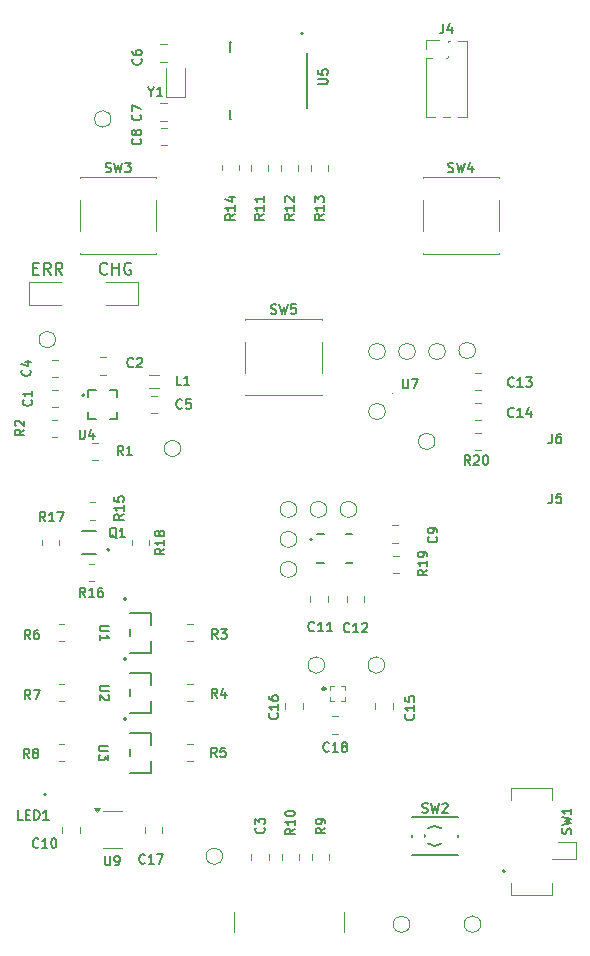
<source format=gbr>
%TF.GenerationSoftware,KiCad,Pcbnew,7.0.10-7.0.10~ubuntu22.04.1*%
%TF.CreationDate,2024-04-30T07:38:50+03:00*%
%TF.ProjectId,imu-mouse,696d752d-6d6f-4757-9365-2e6b69636164,v1*%
%TF.SameCoordinates,Original*%
%TF.FileFunction,Legend,Top*%
%TF.FilePolarity,Positive*%
%FSLAX46Y46*%
G04 Gerber Fmt 4.6, Leading zero omitted, Abs format (unit mm)*
G04 Created by KiCad (PCBNEW 7.0.10-7.0.10~ubuntu22.04.1) date 2024-04-30 07:38:50*
%MOMM*%
%LPD*%
G01*
G04 APERTURE LIST*
%ADD10C,0.150000*%
%ADD11C,0.120000*%
%ADD12C,0.100000*%
%ADD13C,0.200000*%
%ADD14C,0.127000*%
%ADD15C,0.250000*%
%ADD16C,0.152400*%
G04 APERTURE END LIST*
D10*
X72806292Y-143654109D02*
X73139625Y-143654109D01*
X73282482Y-144177919D02*
X72806292Y-144177919D01*
X72806292Y-144177919D02*
X72806292Y-143177919D01*
X72806292Y-143177919D02*
X73282482Y-143177919D01*
X74282482Y-144177919D02*
X73949149Y-143701728D01*
X73711054Y-144177919D02*
X73711054Y-143177919D01*
X73711054Y-143177919D02*
X74092006Y-143177919D01*
X74092006Y-143177919D02*
X74187244Y-143225538D01*
X74187244Y-143225538D02*
X74234863Y-143273157D01*
X74234863Y-143273157D02*
X74282482Y-143368395D01*
X74282482Y-143368395D02*
X74282482Y-143511252D01*
X74282482Y-143511252D02*
X74234863Y-143606490D01*
X74234863Y-143606490D02*
X74187244Y-143654109D01*
X74187244Y-143654109D02*
X74092006Y-143701728D01*
X74092006Y-143701728D02*
X73711054Y-143701728D01*
X75282482Y-144177919D02*
X74949149Y-143701728D01*
X74711054Y-144177919D02*
X74711054Y-143177919D01*
X74711054Y-143177919D02*
X75092006Y-143177919D01*
X75092006Y-143177919D02*
X75187244Y-143225538D01*
X75187244Y-143225538D02*
X75234863Y-143273157D01*
X75234863Y-143273157D02*
X75282482Y-143368395D01*
X75282482Y-143368395D02*
X75282482Y-143511252D01*
X75282482Y-143511252D02*
X75234863Y-143606490D01*
X75234863Y-143606490D02*
X75187244Y-143654109D01*
X75187244Y-143654109D02*
X75092006Y-143701728D01*
X75092006Y-143701728D02*
X74711054Y-143701728D01*
X79067720Y-144082680D02*
X79020101Y-144130300D01*
X79020101Y-144130300D02*
X78877244Y-144177919D01*
X78877244Y-144177919D02*
X78782006Y-144177919D01*
X78782006Y-144177919D02*
X78639149Y-144130300D01*
X78639149Y-144130300D02*
X78543911Y-144035061D01*
X78543911Y-144035061D02*
X78496292Y-143939823D01*
X78496292Y-143939823D02*
X78448673Y-143749347D01*
X78448673Y-143749347D02*
X78448673Y-143606490D01*
X78448673Y-143606490D02*
X78496292Y-143416014D01*
X78496292Y-143416014D02*
X78543911Y-143320776D01*
X78543911Y-143320776D02*
X78639149Y-143225538D01*
X78639149Y-143225538D02*
X78782006Y-143177919D01*
X78782006Y-143177919D02*
X78877244Y-143177919D01*
X78877244Y-143177919D02*
X79020101Y-143225538D01*
X79020101Y-143225538D02*
X79067720Y-143273157D01*
X79496292Y-144177919D02*
X79496292Y-143177919D01*
X79496292Y-143654109D02*
X80067720Y-143654109D01*
X80067720Y-144177919D02*
X80067720Y-143177919D01*
X81067720Y-143225538D02*
X80972482Y-143177919D01*
X80972482Y-143177919D02*
X80829625Y-143177919D01*
X80829625Y-143177919D02*
X80686768Y-143225538D01*
X80686768Y-143225538D02*
X80591530Y-143320776D01*
X80591530Y-143320776D02*
X80543911Y-143416014D01*
X80543911Y-143416014D02*
X80496292Y-143606490D01*
X80496292Y-143606490D02*
X80496292Y-143749347D01*
X80496292Y-143749347D02*
X80543911Y-143939823D01*
X80543911Y-143939823D02*
X80591530Y-144035061D01*
X80591530Y-144035061D02*
X80686768Y-144130300D01*
X80686768Y-144130300D02*
X80829625Y-144177919D01*
X80829625Y-144177919D02*
X80924863Y-144177919D01*
X80924863Y-144177919D02*
X81067720Y-144130300D01*
X81067720Y-144130300D02*
X81115339Y-144082680D01*
X81115339Y-144082680D02*
X81115339Y-143749347D01*
X81115339Y-143749347D02*
X80924863Y-143749347D01*
X118324200Y-191516667D02*
X118362295Y-191402381D01*
X118362295Y-191402381D02*
X118362295Y-191211905D01*
X118362295Y-191211905D02*
X118324200Y-191135714D01*
X118324200Y-191135714D02*
X118286104Y-191097619D01*
X118286104Y-191097619D02*
X118209914Y-191059524D01*
X118209914Y-191059524D02*
X118133723Y-191059524D01*
X118133723Y-191059524D02*
X118057533Y-191097619D01*
X118057533Y-191097619D02*
X118019438Y-191135714D01*
X118019438Y-191135714D02*
X117981342Y-191211905D01*
X117981342Y-191211905D02*
X117943247Y-191364286D01*
X117943247Y-191364286D02*
X117905152Y-191440476D01*
X117905152Y-191440476D02*
X117867057Y-191478571D01*
X117867057Y-191478571D02*
X117790866Y-191516667D01*
X117790866Y-191516667D02*
X117714676Y-191516667D01*
X117714676Y-191516667D02*
X117638485Y-191478571D01*
X117638485Y-191478571D02*
X117600390Y-191440476D01*
X117600390Y-191440476D02*
X117562295Y-191364286D01*
X117562295Y-191364286D02*
X117562295Y-191173809D01*
X117562295Y-191173809D02*
X117600390Y-191059524D01*
X117562295Y-190792857D02*
X118362295Y-190602381D01*
X118362295Y-190602381D02*
X117790866Y-190450000D01*
X117790866Y-190450000D02*
X118362295Y-190297619D01*
X118362295Y-190297619D02*
X117562295Y-190107143D01*
X118362295Y-189383333D02*
X118362295Y-189840476D01*
X118362295Y-189611904D02*
X117562295Y-189611904D01*
X117562295Y-189611904D02*
X117676580Y-189688095D01*
X117676580Y-189688095D02*
X117752771Y-189764285D01*
X117752771Y-189764285D02*
X117790866Y-189840476D01*
X113485714Y-156156104D02*
X113447618Y-156194200D01*
X113447618Y-156194200D02*
X113333333Y-156232295D01*
X113333333Y-156232295D02*
X113257142Y-156232295D01*
X113257142Y-156232295D02*
X113142856Y-156194200D01*
X113142856Y-156194200D02*
X113066666Y-156118009D01*
X113066666Y-156118009D02*
X113028571Y-156041819D01*
X113028571Y-156041819D02*
X112990475Y-155889438D01*
X112990475Y-155889438D02*
X112990475Y-155775152D01*
X112990475Y-155775152D02*
X113028571Y-155622771D01*
X113028571Y-155622771D02*
X113066666Y-155546580D01*
X113066666Y-155546580D02*
X113142856Y-155470390D01*
X113142856Y-155470390D02*
X113257142Y-155432295D01*
X113257142Y-155432295D02*
X113333333Y-155432295D01*
X113333333Y-155432295D02*
X113447618Y-155470390D01*
X113447618Y-155470390D02*
X113485714Y-155508485D01*
X114247618Y-156232295D02*
X113790475Y-156232295D01*
X114019047Y-156232295D02*
X114019047Y-155432295D01*
X114019047Y-155432295D02*
X113942856Y-155546580D01*
X113942856Y-155546580D02*
X113866666Y-155622771D01*
X113866666Y-155622771D02*
X113790475Y-155660866D01*
X114933333Y-155698961D02*
X114933333Y-156232295D01*
X114742857Y-155394200D02*
X114552380Y-155965628D01*
X114552380Y-155965628D02*
X115047619Y-155965628D01*
X79863809Y-166508485D02*
X79787619Y-166470390D01*
X79787619Y-166470390D02*
X79711428Y-166394200D01*
X79711428Y-166394200D02*
X79597142Y-166279914D01*
X79597142Y-166279914D02*
X79520952Y-166241819D01*
X79520952Y-166241819D02*
X79444761Y-166241819D01*
X79482857Y-166432295D02*
X79406666Y-166394200D01*
X79406666Y-166394200D02*
X79330476Y-166318009D01*
X79330476Y-166318009D02*
X79292380Y-166165628D01*
X79292380Y-166165628D02*
X79292380Y-165898961D01*
X79292380Y-165898961D02*
X79330476Y-165746580D01*
X79330476Y-165746580D02*
X79406666Y-165670390D01*
X79406666Y-165670390D02*
X79482857Y-165632295D01*
X79482857Y-165632295D02*
X79635238Y-165632295D01*
X79635238Y-165632295D02*
X79711428Y-165670390D01*
X79711428Y-165670390D02*
X79787619Y-165746580D01*
X79787619Y-165746580D02*
X79825714Y-165898961D01*
X79825714Y-165898961D02*
X79825714Y-166165628D01*
X79825714Y-166165628D02*
X79787619Y-166318009D01*
X79787619Y-166318009D02*
X79711428Y-166394200D01*
X79711428Y-166394200D02*
X79635238Y-166432295D01*
X79635238Y-166432295D02*
X79482857Y-166432295D01*
X80587618Y-166432295D02*
X80130475Y-166432295D01*
X80359047Y-166432295D02*
X80359047Y-165632295D01*
X80359047Y-165632295D02*
X80282856Y-165746580D01*
X80282856Y-165746580D02*
X80206666Y-165822771D01*
X80206666Y-165822771D02*
X80130475Y-165860866D01*
X72566667Y-175042295D02*
X72300000Y-174661342D01*
X72109524Y-175042295D02*
X72109524Y-174242295D01*
X72109524Y-174242295D02*
X72414286Y-174242295D01*
X72414286Y-174242295D02*
X72490476Y-174280390D01*
X72490476Y-174280390D02*
X72528571Y-174318485D01*
X72528571Y-174318485D02*
X72566667Y-174394676D01*
X72566667Y-174394676D02*
X72566667Y-174508961D01*
X72566667Y-174508961D02*
X72528571Y-174585152D01*
X72528571Y-174585152D02*
X72490476Y-174623247D01*
X72490476Y-174623247D02*
X72414286Y-174661342D01*
X72414286Y-174661342D02*
X72109524Y-174661342D01*
X73252381Y-174242295D02*
X73100000Y-174242295D01*
X73100000Y-174242295D02*
X73023809Y-174280390D01*
X73023809Y-174280390D02*
X72985714Y-174318485D01*
X72985714Y-174318485D02*
X72909524Y-174432771D01*
X72909524Y-174432771D02*
X72871428Y-174585152D01*
X72871428Y-174585152D02*
X72871428Y-174889914D01*
X72871428Y-174889914D02*
X72909524Y-174966104D01*
X72909524Y-174966104D02*
X72947619Y-175004200D01*
X72947619Y-175004200D02*
X73023809Y-175042295D01*
X73023809Y-175042295D02*
X73176190Y-175042295D01*
X73176190Y-175042295D02*
X73252381Y-175004200D01*
X73252381Y-175004200D02*
X73290476Y-174966104D01*
X73290476Y-174966104D02*
X73328571Y-174889914D01*
X73328571Y-174889914D02*
X73328571Y-174699438D01*
X73328571Y-174699438D02*
X73290476Y-174623247D01*
X73290476Y-174623247D02*
X73252381Y-174585152D01*
X73252381Y-174585152D02*
X73176190Y-174547057D01*
X73176190Y-174547057D02*
X73023809Y-174547057D01*
X73023809Y-174547057D02*
X72947619Y-174585152D01*
X72947619Y-174585152D02*
X72909524Y-174623247D01*
X72909524Y-174623247D02*
X72871428Y-174699438D01*
X113505714Y-153596104D02*
X113467618Y-153634200D01*
X113467618Y-153634200D02*
X113353333Y-153672295D01*
X113353333Y-153672295D02*
X113277142Y-153672295D01*
X113277142Y-153672295D02*
X113162856Y-153634200D01*
X113162856Y-153634200D02*
X113086666Y-153558009D01*
X113086666Y-153558009D02*
X113048571Y-153481819D01*
X113048571Y-153481819D02*
X113010475Y-153329438D01*
X113010475Y-153329438D02*
X113010475Y-153215152D01*
X113010475Y-153215152D02*
X113048571Y-153062771D01*
X113048571Y-153062771D02*
X113086666Y-152986580D01*
X113086666Y-152986580D02*
X113162856Y-152910390D01*
X113162856Y-152910390D02*
X113277142Y-152872295D01*
X113277142Y-152872295D02*
X113353333Y-152872295D01*
X113353333Y-152872295D02*
X113467618Y-152910390D01*
X113467618Y-152910390D02*
X113505714Y-152948485D01*
X114267618Y-153672295D02*
X113810475Y-153672295D01*
X114039047Y-153672295D02*
X114039047Y-152872295D01*
X114039047Y-152872295D02*
X113962856Y-152986580D01*
X113962856Y-152986580D02*
X113886666Y-153062771D01*
X113886666Y-153062771D02*
X113810475Y-153100866D01*
X114534285Y-152872295D02*
X115029523Y-152872295D01*
X115029523Y-152872295D02*
X114762857Y-153177057D01*
X114762857Y-153177057D02*
X114877142Y-153177057D01*
X114877142Y-153177057D02*
X114953333Y-153215152D01*
X114953333Y-153215152D02*
X114991428Y-153253247D01*
X114991428Y-153253247D02*
X115029523Y-153329438D01*
X115029523Y-153329438D02*
X115029523Y-153519914D01*
X115029523Y-153519914D02*
X114991428Y-153596104D01*
X114991428Y-153596104D02*
X114953333Y-153634200D01*
X114953333Y-153634200D02*
X114877142Y-153672295D01*
X114877142Y-153672295D02*
X114648571Y-153672295D01*
X114648571Y-153672295D02*
X114572380Y-153634200D01*
X114572380Y-153634200D02*
X114534285Y-153596104D01*
X96937295Y-128044523D02*
X97584914Y-128044523D01*
X97584914Y-128044523D02*
X97661104Y-128006428D01*
X97661104Y-128006428D02*
X97699200Y-127968333D01*
X97699200Y-127968333D02*
X97737295Y-127892142D01*
X97737295Y-127892142D02*
X97737295Y-127739761D01*
X97737295Y-127739761D02*
X97699200Y-127663571D01*
X97699200Y-127663571D02*
X97661104Y-127625476D01*
X97661104Y-127625476D02*
X97584914Y-127587380D01*
X97584914Y-127587380D02*
X96937295Y-127587380D01*
X96937295Y-126825476D02*
X96937295Y-127206428D01*
X96937295Y-127206428D02*
X97318247Y-127244524D01*
X97318247Y-127244524D02*
X97280152Y-127206428D01*
X97280152Y-127206428D02*
X97242057Y-127130238D01*
X97242057Y-127130238D02*
X97242057Y-126939762D01*
X97242057Y-126939762D02*
X97280152Y-126863571D01*
X97280152Y-126863571D02*
X97318247Y-126825476D01*
X97318247Y-126825476D02*
X97394438Y-126787381D01*
X97394438Y-126787381D02*
X97584914Y-126787381D01*
X97584914Y-126787381D02*
X97661104Y-126825476D01*
X97661104Y-126825476D02*
X97699200Y-126863571D01*
X97699200Y-126863571D02*
X97737295Y-126939762D01*
X97737295Y-126939762D02*
X97737295Y-127130238D01*
X97737295Y-127130238D02*
X97699200Y-127206428D01*
X97699200Y-127206428D02*
X97661104Y-127244524D01*
X89887970Y-139065884D02*
X89507017Y-139332551D01*
X89887970Y-139523027D02*
X89087970Y-139523027D01*
X89087970Y-139523027D02*
X89087970Y-139218265D01*
X89087970Y-139218265D02*
X89126065Y-139142075D01*
X89126065Y-139142075D02*
X89164160Y-139103980D01*
X89164160Y-139103980D02*
X89240351Y-139065884D01*
X89240351Y-139065884D02*
X89354636Y-139065884D01*
X89354636Y-139065884D02*
X89430827Y-139103980D01*
X89430827Y-139103980D02*
X89468922Y-139142075D01*
X89468922Y-139142075D02*
X89507017Y-139218265D01*
X89507017Y-139218265D02*
X89507017Y-139523027D01*
X89887970Y-138303980D02*
X89887970Y-138761123D01*
X89887970Y-138532551D02*
X89087970Y-138532551D01*
X89087970Y-138532551D02*
X89202255Y-138608742D01*
X89202255Y-138608742D02*
X89278446Y-138684932D01*
X89278446Y-138684932D02*
X89316541Y-138761123D01*
X89354636Y-137618265D02*
X89887970Y-137618265D01*
X89049875Y-137808741D02*
X89621303Y-137999218D01*
X89621303Y-137999218D02*
X89621303Y-137503979D01*
X78890476Y-193375445D02*
X78890476Y-194023064D01*
X78890476Y-194023064D02*
X78928571Y-194099254D01*
X78928571Y-194099254D02*
X78966666Y-194137350D01*
X78966666Y-194137350D02*
X79042857Y-194175445D01*
X79042857Y-194175445D02*
X79195238Y-194175445D01*
X79195238Y-194175445D02*
X79271428Y-194137350D01*
X79271428Y-194137350D02*
X79309523Y-194099254D01*
X79309523Y-194099254D02*
X79347619Y-194023064D01*
X79347619Y-194023064D02*
X79347619Y-193375445D01*
X79766666Y-194175445D02*
X79919047Y-194175445D01*
X79919047Y-194175445D02*
X79995237Y-194137350D01*
X79995237Y-194137350D02*
X80033333Y-194099254D01*
X80033333Y-194099254D02*
X80109523Y-193984969D01*
X80109523Y-193984969D02*
X80147618Y-193832588D01*
X80147618Y-193832588D02*
X80147618Y-193527826D01*
X80147618Y-193527826D02*
X80109523Y-193451635D01*
X80109523Y-193451635D02*
X80071428Y-193413540D01*
X80071428Y-193413540D02*
X79995237Y-193375445D01*
X79995237Y-193375445D02*
X79842856Y-193375445D01*
X79842856Y-193375445D02*
X79766666Y-193413540D01*
X79766666Y-193413540D02*
X79728571Y-193451635D01*
X79728571Y-193451635D02*
X79690475Y-193527826D01*
X79690475Y-193527826D02*
X79690475Y-193718302D01*
X79690475Y-193718302D02*
X79728571Y-193794492D01*
X79728571Y-193794492D02*
X79766666Y-193832588D01*
X79766666Y-193832588D02*
X79842856Y-193870683D01*
X79842856Y-193870683D02*
X79995237Y-193870683D01*
X79995237Y-193870683D02*
X80071428Y-193832588D01*
X80071428Y-193832588D02*
X80109523Y-193794492D01*
X80109523Y-193794492D02*
X80147618Y-193718302D01*
X99585714Y-174386104D02*
X99547618Y-174424200D01*
X99547618Y-174424200D02*
X99433333Y-174462295D01*
X99433333Y-174462295D02*
X99357142Y-174462295D01*
X99357142Y-174462295D02*
X99242856Y-174424200D01*
X99242856Y-174424200D02*
X99166666Y-174348009D01*
X99166666Y-174348009D02*
X99128571Y-174271819D01*
X99128571Y-174271819D02*
X99090475Y-174119438D01*
X99090475Y-174119438D02*
X99090475Y-174005152D01*
X99090475Y-174005152D02*
X99128571Y-173852771D01*
X99128571Y-173852771D02*
X99166666Y-173776580D01*
X99166666Y-173776580D02*
X99242856Y-173700390D01*
X99242856Y-173700390D02*
X99357142Y-173662295D01*
X99357142Y-173662295D02*
X99433333Y-173662295D01*
X99433333Y-173662295D02*
X99547618Y-173700390D01*
X99547618Y-173700390D02*
X99585714Y-173738485D01*
X100347618Y-174462295D02*
X99890475Y-174462295D01*
X100119047Y-174462295D02*
X100119047Y-173662295D01*
X100119047Y-173662295D02*
X100042856Y-173776580D01*
X100042856Y-173776580D02*
X99966666Y-173852771D01*
X99966666Y-173852771D02*
X99890475Y-173890866D01*
X100652380Y-173738485D02*
X100690476Y-173700390D01*
X100690476Y-173700390D02*
X100766666Y-173662295D01*
X100766666Y-173662295D02*
X100957142Y-173662295D01*
X100957142Y-173662295D02*
X101033333Y-173700390D01*
X101033333Y-173700390D02*
X101071428Y-173738485D01*
X101071428Y-173738485D02*
X101109523Y-173814676D01*
X101109523Y-173814676D02*
X101109523Y-173890866D01*
X101109523Y-173890866D02*
X101071428Y-174005152D01*
X101071428Y-174005152D02*
X100614285Y-174462295D01*
X100614285Y-174462295D02*
X101109523Y-174462295D01*
X88386667Y-180022295D02*
X88120000Y-179641342D01*
X87929524Y-180022295D02*
X87929524Y-179222295D01*
X87929524Y-179222295D02*
X88234286Y-179222295D01*
X88234286Y-179222295D02*
X88310476Y-179260390D01*
X88310476Y-179260390D02*
X88348571Y-179298485D01*
X88348571Y-179298485D02*
X88386667Y-179374676D01*
X88386667Y-179374676D02*
X88386667Y-179488961D01*
X88386667Y-179488961D02*
X88348571Y-179565152D01*
X88348571Y-179565152D02*
X88310476Y-179603247D01*
X88310476Y-179603247D02*
X88234286Y-179641342D01*
X88234286Y-179641342D02*
X87929524Y-179641342D01*
X89072381Y-179488961D02*
X89072381Y-180022295D01*
X88881905Y-179184200D02*
X88691428Y-179755628D01*
X88691428Y-179755628D02*
X89186667Y-179755628D01*
X96608976Y-174314231D02*
X96570880Y-174352327D01*
X96570880Y-174352327D02*
X96456595Y-174390422D01*
X96456595Y-174390422D02*
X96380404Y-174390422D01*
X96380404Y-174390422D02*
X96266118Y-174352327D01*
X96266118Y-174352327D02*
X96189928Y-174276136D01*
X96189928Y-174276136D02*
X96151833Y-174199946D01*
X96151833Y-174199946D02*
X96113737Y-174047565D01*
X96113737Y-174047565D02*
X96113737Y-173933279D01*
X96113737Y-173933279D02*
X96151833Y-173780898D01*
X96151833Y-173780898D02*
X96189928Y-173704707D01*
X96189928Y-173704707D02*
X96266118Y-173628517D01*
X96266118Y-173628517D02*
X96380404Y-173590422D01*
X96380404Y-173590422D02*
X96456595Y-173590422D01*
X96456595Y-173590422D02*
X96570880Y-173628517D01*
X96570880Y-173628517D02*
X96608976Y-173666612D01*
X97370880Y-174390422D02*
X96913737Y-174390422D01*
X97142309Y-174390422D02*
X97142309Y-173590422D01*
X97142309Y-173590422D02*
X97066118Y-173704707D01*
X97066118Y-173704707D02*
X96989928Y-173780898D01*
X96989928Y-173780898D02*
X96913737Y-173818993D01*
X98132785Y-174390422D02*
X97675642Y-174390422D01*
X97904214Y-174390422D02*
X97904214Y-173590422D01*
X97904214Y-173590422D02*
X97828023Y-173704707D01*
X97828023Y-173704707D02*
X97751833Y-173780898D01*
X97751833Y-173780898D02*
X97675642Y-173818993D01*
X107933332Y-135454200D02*
X108047618Y-135492295D01*
X108047618Y-135492295D02*
X108238094Y-135492295D01*
X108238094Y-135492295D02*
X108314285Y-135454200D01*
X108314285Y-135454200D02*
X108352380Y-135416104D01*
X108352380Y-135416104D02*
X108390475Y-135339914D01*
X108390475Y-135339914D02*
X108390475Y-135263723D01*
X108390475Y-135263723D02*
X108352380Y-135187533D01*
X108352380Y-135187533D02*
X108314285Y-135149438D01*
X108314285Y-135149438D02*
X108238094Y-135111342D01*
X108238094Y-135111342D02*
X108085713Y-135073247D01*
X108085713Y-135073247D02*
X108009523Y-135035152D01*
X108009523Y-135035152D02*
X107971428Y-134997057D01*
X107971428Y-134997057D02*
X107933332Y-134920866D01*
X107933332Y-134920866D02*
X107933332Y-134844676D01*
X107933332Y-134844676D02*
X107971428Y-134768485D01*
X107971428Y-134768485D02*
X108009523Y-134730390D01*
X108009523Y-134730390D02*
X108085713Y-134692295D01*
X108085713Y-134692295D02*
X108276190Y-134692295D01*
X108276190Y-134692295D02*
X108390475Y-134730390D01*
X108657142Y-134692295D02*
X108847618Y-135492295D01*
X108847618Y-135492295D02*
X108999999Y-134920866D01*
X108999999Y-134920866D02*
X109152380Y-135492295D01*
X109152380Y-135492295D02*
X109342857Y-134692295D01*
X109990476Y-134958961D02*
X109990476Y-135492295D01*
X109800000Y-134654200D02*
X109609523Y-135225628D01*
X109609523Y-135225628D02*
X110104762Y-135225628D01*
X97855714Y-184506104D02*
X97817618Y-184544200D01*
X97817618Y-184544200D02*
X97703333Y-184582295D01*
X97703333Y-184582295D02*
X97627142Y-184582295D01*
X97627142Y-184582295D02*
X97512856Y-184544200D01*
X97512856Y-184544200D02*
X97436666Y-184468009D01*
X97436666Y-184468009D02*
X97398571Y-184391819D01*
X97398571Y-184391819D02*
X97360475Y-184239438D01*
X97360475Y-184239438D02*
X97360475Y-184125152D01*
X97360475Y-184125152D02*
X97398571Y-183972771D01*
X97398571Y-183972771D02*
X97436666Y-183896580D01*
X97436666Y-183896580D02*
X97512856Y-183820390D01*
X97512856Y-183820390D02*
X97627142Y-183782295D01*
X97627142Y-183782295D02*
X97703333Y-183782295D01*
X97703333Y-183782295D02*
X97817618Y-183820390D01*
X97817618Y-183820390D02*
X97855714Y-183858485D01*
X98617618Y-184582295D02*
X98160475Y-184582295D01*
X98389047Y-184582295D02*
X98389047Y-183782295D01*
X98389047Y-183782295D02*
X98312856Y-183896580D01*
X98312856Y-183896580D02*
X98236666Y-183972771D01*
X98236666Y-183972771D02*
X98160475Y-184010866D01*
X99074761Y-184125152D02*
X98998571Y-184087057D01*
X98998571Y-184087057D02*
X98960476Y-184048961D01*
X98960476Y-184048961D02*
X98922380Y-183972771D01*
X98922380Y-183972771D02*
X98922380Y-183934676D01*
X98922380Y-183934676D02*
X98960476Y-183858485D01*
X98960476Y-183858485D02*
X98998571Y-183820390D01*
X98998571Y-183820390D02*
X99074761Y-183782295D01*
X99074761Y-183782295D02*
X99227142Y-183782295D01*
X99227142Y-183782295D02*
X99303333Y-183820390D01*
X99303333Y-183820390D02*
X99341428Y-183858485D01*
X99341428Y-183858485D02*
X99379523Y-183934676D01*
X99379523Y-183934676D02*
X99379523Y-183972771D01*
X99379523Y-183972771D02*
X99341428Y-184048961D01*
X99341428Y-184048961D02*
X99303333Y-184087057D01*
X99303333Y-184087057D02*
X99227142Y-184125152D01*
X99227142Y-184125152D02*
X99074761Y-184125152D01*
X99074761Y-184125152D02*
X98998571Y-184163247D01*
X98998571Y-184163247D02*
X98960476Y-184201342D01*
X98960476Y-184201342D02*
X98922380Y-184277533D01*
X98922380Y-184277533D02*
X98922380Y-184429914D01*
X98922380Y-184429914D02*
X98960476Y-184506104D01*
X98960476Y-184506104D02*
X98998571Y-184544200D01*
X98998571Y-184544200D02*
X99074761Y-184582295D01*
X99074761Y-184582295D02*
X99227142Y-184582295D01*
X99227142Y-184582295D02*
X99303333Y-184544200D01*
X99303333Y-184544200D02*
X99341428Y-184506104D01*
X99341428Y-184506104D02*
X99379523Y-184429914D01*
X99379523Y-184429914D02*
X99379523Y-184277533D01*
X99379523Y-184277533D02*
X99341428Y-184201342D01*
X99341428Y-184201342D02*
X99303333Y-184163247D01*
X99303333Y-184163247D02*
X99227142Y-184125152D01*
X76730476Y-157302295D02*
X76730476Y-157949914D01*
X76730476Y-157949914D02*
X76768571Y-158026104D01*
X76768571Y-158026104D02*
X76806666Y-158064200D01*
X76806666Y-158064200D02*
X76882857Y-158102295D01*
X76882857Y-158102295D02*
X77035238Y-158102295D01*
X77035238Y-158102295D02*
X77111428Y-158064200D01*
X77111428Y-158064200D02*
X77149523Y-158026104D01*
X77149523Y-158026104D02*
X77187619Y-157949914D01*
X77187619Y-157949914D02*
X77187619Y-157302295D01*
X77911428Y-157568961D02*
X77911428Y-158102295D01*
X77720952Y-157264200D02*
X77530475Y-157835628D01*
X77530475Y-157835628D02*
X78025714Y-157835628D01*
X78933332Y-135454200D02*
X79047618Y-135492295D01*
X79047618Y-135492295D02*
X79238094Y-135492295D01*
X79238094Y-135492295D02*
X79314285Y-135454200D01*
X79314285Y-135454200D02*
X79352380Y-135416104D01*
X79352380Y-135416104D02*
X79390475Y-135339914D01*
X79390475Y-135339914D02*
X79390475Y-135263723D01*
X79390475Y-135263723D02*
X79352380Y-135187533D01*
X79352380Y-135187533D02*
X79314285Y-135149438D01*
X79314285Y-135149438D02*
X79238094Y-135111342D01*
X79238094Y-135111342D02*
X79085713Y-135073247D01*
X79085713Y-135073247D02*
X79009523Y-135035152D01*
X79009523Y-135035152D02*
X78971428Y-134997057D01*
X78971428Y-134997057D02*
X78933332Y-134920866D01*
X78933332Y-134920866D02*
X78933332Y-134844676D01*
X78933332Y-134844676D02*
X78971428Y-134768485D01*
X78971428Y-134768485D02*
X79009523Y-134730390D01*
X79009523Y-134730390D02*
X79085713Y-134692295D01*
X79085713Y-134692295D02*
X79276190Y-134692295D01*
X79276190Y-134692295D02*
X79390475Y-134730390D01*
X79657142Y-134692295D02*
X79847618Y-135492295D01*
X79847618Y-135492295D02*
X79999999Y-134920866D01*
X79999999Y-134920866D02*
X80152380Y-135492295D01*
X80152380Y-135492295D02*
X80342857Y-134692295D01*
X80571428Y-134692295D02*
X81066666Y-134692295D01*
X81066666Y-134692295D02*
X80800000Y-134997057D01*
X80800000Y-134997057D02*
X80914285Y-134997057D01*
X80914285Y-134997057D02*
X80990476Y-135035152D01*
X80990476Y-135035152D02*
X81028571Y-135073247D01*
X81028571Y-135073247D02*
X81066666Y-135149438D01*
X81066666Y-135149438D02*
X81066666Y-135339914D01*
X81066666Y-135339914D02*
X81028571Y-135416104D01*
X81028571Y-135416104D02*
X80990476Y-135454200D01*
X80990476Y-135454200D02*
X80914285Y-135492295D01*
X80914285Y-135492295D02*
X80685714Y-135492295D01*
X80685714Y-135492295D02*
X80609523Y-135454200D01*
X80609523Y-135454200D02*
X80571428Y-135416104D01*
X79252244Y-178970476D02*
X78604625Y-178970476D01*
X78604625Y-178970476D02*
X78528435Y-179008571D01*
X78528435Y-179008571D02*
X78490340Y-179046666D01*
X78490340Y-179046666D02*
X78452244Y-179122857D01*
X78452244Y-179122857D02*
X78452244Y-179275238D01*
X78452244Y-179275238D02*
X78490340Y-179351428D01*
X78490340Y-179351428D02*
X78528435Y-179389523D01*
X78528435Y-179389523D02*
X78604625Y-179427619D01*
X78604625Y-179427619D02*
X79252244Y-179427619D01*
X79176054Y-179770475D02*
X79214149Y-179808571D01*
X79214149Y-179808571D02*
X79252244Y-179884761D01*
X79252244Y-179884761D02*
X79252244Y-180075237D01*
X79252244Y-180075237D02*
X79214149Y-180151428D01*
X79214149Y-180151428D02*
X79176054Y-180189523D01*
X79176054Y-180189523D02*
X79099863Y-180227618D01*
X79099863Y-180227618D02*
X79023673Y-180227618D01*
X79023673Y-180227618D02*
X78909387Y-180189523D01*
X78909387Y-180189523D02*
X78452244Y-179732380D01*
X78452244Y-179732380D02*
X78452244Y-180227618D01*
X81916104Y-125893332D02*
X81954200Y-125931428D01*
X81954200Y-125931428D02*
X81992295Y-126045713D01*
X81992295Y-126045713D02*
X81992295Y-126121904D01*
X81992295Y-126121904D02*
X81954200Y-126236190D01*
X81954200Y-126236190D02*
X81878009Y-126312380D01*
X81878009Y-126312380D02*
X81801819Y-126350475D01*
X81801819Y-126350475D02*
X81649438Y-126388571D01*
X81649438Y-126388571D02*
X81535152Y-126388571D01*
X81535152Y-126388571D02*
X81382771Y-126350475D01*
X81382771Y-126350475D02*
X81306580Y-126312380D01*
X81306580Y-126312380D02*
X81230390Y-126236190D01*
X81230390Y-126236190D02*
X81192295Y-126121904D01*
X81192295Y-126121904D02*
X81192295Y-126045713D01*
X81192295Y-126045713D02*
X81230390Y-125931428D01*
X81230390Y-125931428D02*
X81268485Y-125893332D01*
X81192295Y-125207618D02*
X81192295Y-125359999D01*
X81192295Y-125359999D02*
X81230390Y-125436190D01*
X81230390Y-125436190D02*
X81268485Y-125474285D01*
X81268485Y-125474285D02*
X81382771Y-125550475D01*
X81382771Y-125550475D02*
X81535152Y-125588571D01*
X81535152Y-125588571D02*
X81839914Y-125588571D01*
X81839914Y-125588571D02*
X81916104Y-125550475D01*
X81916104Y-125550475D02*
X81954200Y-125512380D01*
X81954200Y-125512380D02*
X81992295Y-125436190D01*
X81992295Y-125436190D02*
X81992295Y-125283809D01*
X81992295Y-125283809D02*
X81954200Y-125207618D01*
X81954200Y-125207618D02*
X81916104Y-125169523D01*
X81916104Y-125169523D02*
X81839914Y-125131428D01*
X81839914Y-125131428D02*
X81649438Y-125131428D01*
X81649438Y-125131428D02*
X81573247Y-125169523D01*
X81573247Y-125169523D02*
X81535152Y-125207618D01*
X81535152Y-125207618D02*
X81497057Y-125283809D01*
X81497057Y-125283809D02*
X81497057Y-125436190D01*
X81497057Y-125436190D02*
X81535152Y-125512380D01*
X81535152Y-125512380D02*
X81573247Y-125550475D01*
X81573247Y-125550475D02*
X81649438Y-125588571D01*
X80462295Y-164454285D02*
X80081342Y-164720952D01*
X80462295Y-164911428D02*
X79662295Y-164911428D01*
X79662295Y-164911428D02*
X79662295Y-164606666D01*
X79662295Y-164606666D02*
X79700390Y-164530476D01*
X79700390Y-164530476D02*
X79738485Y-164492381D01*
X79738485Y-164492381D02*
X79814676Y-164454285D01*
X79814676Y-164454285D02*
X79928961Y-164454285D01*
X79928961Y-164454285D02*
X80005152Y-164492381D01*
X80005152Y-164492381D02*
X80043247Y-164530476D01*
X80043247Y-164530476D02*
X80081342Y-164606666D01*
X80081342Y-164606666D02*
X80081342Y-164911428D01*
X80462295Y-163692381D02*
X80462295Y-164149524D01*
X80462295Y-163920952D02*
X79662295Y-163920952D01*
X79662295Y-163920952D02*
X79776580Y-163997143D01*
X79776580Y-163997143D02*
X79852771Y-164073333D01*
X79852771Y-164073333D02*
X79890866Y-164149524D01*
X79662295Y-162968571D02*
X79662295Y-163349523D01*
X79662295Y-163349523D02*
X80043247Y-163387619D01*
X80043247Y-163387619D02*
X80005152Y-163349523D01*
X80005152Y-163349523D02*
X79967057Y-163273333D01*
X79967057Y-163273333D02*
X79967057Y-163082857D01*
X79967057Y-163082857D02*
X80005152Y-163006666D01*
X80005152Y-163006666D02*
X80043247Y-162968571D01*
X80043247Y-162968571D02*
X80119438Y-162930476D01*
X80119438Y-162930476D02*
X80309914Y-162930476D01*
X80309914Y-162930476D02*
X80386104Y-162968571D01*
X80386104Y-162968571D02*
X80424200Y-163006666D01*
X80424200Y-163006666D02*
X80462295Y-163082857D01*
X80462295Y-163082857D02*
X80462295Y-163273333D01*
X80462295Y-163273333D02*
X80424200Y-163349523D01*
X80424200Y-163349523D02*
X80386104Y-163387619D01*
X72636104Y-154783332D02*
X72674200Y-154821428D01*
X72674200Y-154821428D02*
X72712295Y-154935713D01*
X72712295Y-154935713D02*
X72712295Y-155011904D01*
X72712295Y-155011904D02*
X72674200Y-155126190D01*
X72674200Y-155126190D02*
X72598009Y-155202380D01*
X72598009Y-155202380D02*
X72521819Y-155240475D01*
X72521819Y-155240475D02*
X72369438Y-155278571D01*
X72369438Y-155278571D02*
X72255152Y-155278571D01*
X72255152Y-155278571D02*
X72102771Y-155240475D01*
X72102771Y-155240475D02*
X72026580Y-155202380D01*
X72026580Y-155202380D02*
X71950390Y-155126190D01*
X71950390Y-155126190D02*
X71912295Y-155011904D01*
X71912295Y-155011904D02*
X71912295Y-154935713D01*
X71912295Y-154935713D02*
X71950390Y-154821428D01*
X71950390Y-154821428D02*
X71988485Y-154783332D01*
X72712295Y-154021428D02*
X72712295Y-154478571D01*
X72712295Y-154249999D02*
X71912295Y-154249999D01*
X71912295Y-154249999D02*
X72026580Y-154326190D01*
X72026580Y-154326190D02*
X72102771Y-154402380D01*
X72102771Y-154402380D02*
X72140866Y-154478571D01*
X88356667Y-185022295D02*
X88090000Y-184641342D01*
X87899524Y-185022295D02*
X87899524Y-184222295D01*
X87899524Y-184222295D02*
X88204286Y-184222295D01*
X88204286Y-184222295D02*
X88280476Y-184260390D01*
X88280476Y-184260390D02*
X88318571Y-184298485D01*
X88318571Y-184298485D02*
X88356667Y-184374676D01*
X88356667Y-184374676D02*
X88356667Y-184488961D01*
X88356667Y-184488961D02*
X88318571Y-184565152D01*
X88318571Y-184565152D02*
X88280476Y-184603247D01*
X88280476Y-184603247D02*
X88204286Y-184641342D01*
X88204286Y-184641342D02*
X87899524Y-184641342D01*
X89080476Y-184222295D02*
X88699524Y-184222295D01*
X88699524Y-184222295D02*
X88661428Y-184603247D01*
X88661428Y-184603247D02*
X88699524Y-184565152D01*
X88699524Y-184565152D02*
X88775714Y-184527057D01*
X88775714Y-184527057D02*
X88966190Y-184527057D01*
X88966190Y-184527057D02*
X89042381Y-184565152D01*
X89042381Y-184565152D02*
X89080476Y-184603247D01*
X89080476Y-184603247D02*
X89118571Y-184679438D01*
X89118571Y-184679438D02*
X89118571Y-184869914D01*
X89118571Y-184869914D02*
X89080476Y-184946104D01*
X89080476Y-184946104D02*
X89042381Y-184984200D01*
X89042381Y-184984200D02*
X88966190Y-185022295D01*
X88966190Y-185022295D02*
X88775714Y-185022295D01*
X88775714Y-185022295D02*
X88699524Y-184984200D01*
X88699524Y-184984200D02*
X88661428Y-184946104D01*
X81876104Y-132663332D02*
X81914200Y-132701428D01*
X81914200Y-132701428D02*
X81952295Y-132815713D01*
X81952295Y-132815713D02*
X81952295Y-132891904D01*
X81952295Y-132891904D02*
X81914200Y-133006190D01*
X81914200Y-133006190D02*
X81838009Y-133082380D01*
X81838009Y-133082380D02*
X81761819Y-133120475D01*
X81761819Y-133120475D02*
X81609438Y-133158571D01*
X81609438Y-133158571D02*
X81495152Y-133158571D01*
X81495152Y-133158571D02*
X81342771Y-133120475D01*
X81342771Y-133120475D02*
X81266580Y-133082380D01*
X81266580Y-133082380D02*
X81190390Y-133006190D01*
X81190390Y-133006190D02*
X81152295Y-132891904D01*
X81152295Y-132891904D02*
X81152295Y-132815713D01*
X81152295Y-132815713D02*
X81190390Y-132701428D01*
X81190390Y-132701428D02*
X81228485Y-132663332D01*
X81495152Y-132206190D02*
X81457057Y-132282380D01*
X81457057Y-132282380D02*
X81418961Y-132320475D01*
X81418961Y-132320475D02*
X81342771Y-132358571D01*
X81342771Y-132358571D02*
X81304676Y-132358571D01*
X81304676Y-132358571D02*
X81228485Y-132320475D01*
X81228485Y-132320475D02*
X81190390Y-132282380D01*
X81190390Y-132282380D02*
X81152295Y-132206190D01*
X81152295Y-132206190D02*
X81152295Y-132053809D01*
X81152295Y-132053809D02*
X81190390Y-131977618D01*
X81190390Y-131977618D02*
X81228485Y-131939523D01*
X81228485Y-131939523D02*
X81304676Y-131901428D01*
X81304676Y-131901428D02*
X81342771Y-131901428D01*
X81342771Y-131901428D02*
X81418961Y-131939523D01*
X81418961Y-131939523D02*
X81457057Y-131977618D01*
X81457057Y-131977618D02*
X81495152Y-132053809D01*
X81495152Y-132053809D02*
X81495152Y-132206190D01*
X81495152Y-132206190D02*
X81533247Y-132282380D01*
X81533247Y-132282380D02*
X81571342Y-132320475D01*
X81571342Y-132320475D02*
X81647533Y-132358571D01*
X81647533Y-132358571D02*
X81799914Y-132358571D01*
X81799914Y-132358571D02*
X81876104Y-132320475D01*
X81876104Y-132320475D02*
X81914200Y-132282380D01*
X81914200Y-132282380D02*
X81952295Y-132206190D01*
X81952295Y-132206190D02*
X81952295Y-132053809D01*
X81952295Y-132053809D02*
X81914200Y-131977618D01*
X81914200Y-131977618D02*
X81876104Y-131939523D01*
X81876104Y-131939523D02*
X81799914Y-131901428D01*
X81799914Y-131901428D02*
X81647533Y-131901428D01*
X81647533Y-131901428D02*
X81571342Y-131939523D01*
X81571342Y-131939523D02*
X81533247Y-131977618D01*
X81533247Y-131977618D02*
X81495152Y-132053809D01*
X72566667Y-180132295D02*
X72300000Y-179751342D01*
X72109524Y-180132295D02*
X72109524Y-179332295D01*
X72109524Y-179332295D02*
X72414286Y-179332295D01*
X72414286Y-179332295D02*
X72490476Y-179370390D01*
X72490476Y-179370390D02*
X72528571Y-179408485D01*
X72528571Y-179408485D02*
X72566667Y-179484676D01*
X72566667Y-179484676D02*
X72566667Y-179598961D01*
X72566667Y-179598961D02*
X72528571Y-179675152D01*
X72528571Y-179675152D02*
X72490476Y-179713247D01*
X72490476Y-179713247D02*
X72414286Y-179751342D01*
X72414286Y-179751342D02*
X72109524Y-179751342D01*
X72833333Y-179332295D02*
X73366667Y-179332295D01*
X73366667Y-179332295D02*
X73023809Y-180132295D01*
X109795714Y-160292295D02*
X109529047Y-159911342D01*
X109338571Y-160292295D02*
X109338571Y-159492295D01*
X109338571Y-159492295D02*
X109643333Y-159492295D01*
X109643333Y-159492295D02*
X109719523Y-159530390D01*
X109719523Y-159530390D02*
X109757618Y-159568485D01*
X109757618Y-159568485D02*
X109795714Y-159644676D01*
X109795714Y-159644676D02*
X109795714Y-159758961D01*
X109795714Y-159758961D02*
X109757618Y-159835152D01*
X109757618Y-159835152D02*
X109719523Y-159873247D01*
X109719523Y-159873247D02*
X109643333Y-159911342D01*
X109643333Y-159911342D02*
X109338571Y-159911342D01*
X110100475Y-159568485D02*
X110138571Y-159530390D01*
X110138571Y-159530390D02*
X110214761Y-159492295D01*
X110214761Y-159492295D02*
X110405237Y-159492295D01*
X110405237Y-159492295D02*
X110481428Y-159530390D01*
X110481428Y-159530390D02*
X110519523Y-159568485D01*
X110519523Y-159568485D02*
X110557618Y-159644676D01*
X110557618Y-159644676D02*
X110557618Y-159720866D01*
X110557618Y-159720866D02*
X110519523Y-159835152D01*
X110519523Y-159835152D02*
X110062380Y-160292295D01*
X110062380Y-160292295D02*
X110557618Y-160292295D01*
X111052857Y-159492295D02*
X111129047Y-159492295D01*
X111129047Y-159492295D02*
X111205238Y-159530390D01*
X111205238Y-159530390D02*
X111243333Y-159568485D01*
X111243333Y-159568485D02*
X111281428Y-159644676D01*
X111281428Y-159644676D02*
X111319523Y-159797057D01*
X111319523Y-159797057D02*
X111319523Y-159987533D01*
X111319523Y-159987533D02*
X111281428Y-160139914D01*
X111281428Y-160139914D02*
X111243333Y-160216104D01*
X111243333Y-160216104D02*
X111205238Y-160254200D01*
X111205238Y-160254200D02*
X111129047Y-160292295D01*
X111129047Y-160292295D02*
X111052857Y-160292295D01*
X111052857Y-160292295D02*
X110976666Y-160254200D01*
X110976666Y-160254200D02*
X110938571Y-160216104D01*
X110938571Y-160216104D02*
X110900476Y-160139914D01*
X110900476Y-160139914D02*
X110862380Y-159987533D01*
X110862380Y-159987533D02*
X110862380Y-159797057D01*
X110862380Y-159797057D02*
X110900476Y-159644676D01*
X110900476Y-159644676D02*
X110938571Y-159568485D01*
X110938571Y-159568485D02*
X110976666Y-159530390D01*
X110976666Y-159530390D02*
X111052857Y-159492295D01*
X72476667Y-185122295D02*
X72210000Y-184741342D01*
X72019524Y-185122295D02*
X72019524Y-184322295D01*
X72019524Y-184322295D02*
X72324286Y-184322295D01*
X72324286Y-184322295D02*
X72400476Y-184360390D01*
X72400476Y-184360390D02*
X72438571Y-184398485D01*
X72438571Y-184398485D02*
X72476667Y-184474676D01*
X72476667Y-184474676D02*
X72476667Y-184588961D01*
X72476667Y-184588961D02*
X72438571Y-184665152D01*
X72438571Y-184665152D02*
X72400476Y-184703247D01*
X72400476Y-184703247D02*
X72324286Y-184741342D01*
X72324286Y-184741342D02*
X72019524Y-184741342D01*
X72933809Y-184665152D02*
X72857619Y-184627057D01*
X72857619Y-184627057D02*
X72819524Y-184588961D01*
X72819524Y-184588961D02*
X72781428Y-184512771D01*
X72781428Y-184512771D02*
X72781428Y-184474676D01*
X72781428Y-184474676D02*
X72819524Y-184398485D01*
X72819524Y-184398485D02*
X72857619Y-184360390D01*
X72857619Y-184360390D02*
X72933809Y-184322295D01*
X72933809Y-184322295D02*
X73086190Y-184322295D01*
X73086190Y-184322295D02*
X73162381Y-184360390D01*
X73162381Y-184360390D02*
X73200476Y-184398485D01*
X73200476Y-184398485D02*
X73238571Y-184474676D01*
X73238571Y-184474676D02*
X73238571Y-184512771D01*
X73238571Y-184512771D02*
X73200476Y-184588961D01*
X73200476Y-184588961D02*
X73162381Y-184627057D01*
X73162381Y-184627057D02*
X73086190Y-184665152D01*
X73086190Y-184665152D02*
X72933809Y-184665152D01*
X72933809Y-184665152D02*
X72857619Y-184703247D01*
X72857619Y-184703247D02*
X72819524Y-184741342D01*
X72819524Y-184741342D02*
X72781428Y-184817533D01*
X72781428Y-184817533D02*
X72781428Y-184969914D01*
X72781428Y-184969914D02*
X72819524Y-185046104D01*
X72819524Y-185046104D02*
X72857619Y-185084200D01*
X72857619Y-185084200D02*
X72933809Y-185122295D01*
X72933809Y-185122295D02*
X73086190Y-185122295D01*
X73086190Y-185122295D02*
X73162381Y-185084200D01*
X73162381Y-185084200D02*
X73200476Y-185046104D01*
X73200476Y-185046104D02*
X73238571Y-184969914D01*
X73238571Y-184969914D02*
X73238571Y-184817533D01*
X73238571Y-184817533D02*
X73200476Y-184741342D01*
X73200476Y-184741342D02*
X73162381Y-184703247D01*
X73162381Y-184703247D02*
X73086190Y-184665152D01*
X94962295Y-191084285D02*
X94581342Y-191350952D01*
X94962295Y-191541428D02*
X94162295Y-191541428D01*
X94162295Y-191541428D02*
X94162295Y-191236666D01*
X94162295Y-191236666D02*
X94200390Y-191160476D01*
X94200390Y-191160476D02*
X94238485Y-191122381D01*
X94238485Y-191122381D02*
X94314676Y-191084285D01*
X94314676Y-191084285D02*
X94428961Y-191084285D01*
X94428961Y-191084285D02*
X94505152Y-191122381D01*
X94505152Y-191122381D02*
X94543247Y-191160476D01*
X94543247Y-191160476D02*
X94581342Y-191236666D01*
X94581342Y-191236666D02*
X94581342Y-191541428D01*
X94962295Y-190322381D02*
X94962295Y-190779524D01*
X94962295Y-190550952D02*
X94162295Y-190550952D01*
X94162295Y-190550952D02*
X94276580Y-190627143D01*
X94276580Y-190627143D02*
X94352771Y-190703333D01*
X94352771Y-190703333D02*
X94390866Y-190779524D01*
X94162295Y-189827142D02*
X94162295Y-189750952D01*
X94162295Y-189750952D02*
X94200390Y-189674761D01*
X94200390Y-189674761D02*
X94238485Y-189636666D01*
X94238485Y-189636666D02*
X94314676Y-189598571D01*
X94314676Y-189598571D02*
X94467057Y-189560476D01*
X94467057Y-189560476D02*
X94657533Y-189560476D01*
X94657533Y-189560476D02*
X94809914Y-189598571D01*
X94809914Y-189598571D02*
X94886104Y-189636666D01*
X94886104Y-189636666D02*
X94924200Y-189674761D01*
X94924200Y-189674761D02*
X94962295Y-189750952D01*
X94962295Y-189750952D02*
X94962295Y-189827142D01*
X94962295Y-189827142D02*
X94924200Y-189903333D01*
X94924200Y-189903333D02*
X94886104Y-189941428D01*
X94886104Y-189941428D02*
X94809914Y-189979523D01*
X94809914Y-189979523D02*
X94657533Y-190017619D01*
X94657533Y-190017619D02*
X94467057Y-190017619D01*
X94467057Y-190017619D02*
X94314676Y-189979523D01*
X94314676Y-189979523D02*
X94238485Y-189941428D01*
X94238485Y-189941428D02*
X94200390Y-189903333D01*
X94200390Y-189903333D02*
X94162295Y-189827142D01*
X81266667Y-151936104D02*
X81228571Y-151974200D01*
X81228571Y-151974200D02*
X81114286Y-152012295D01*
X81114286Y-152012295D02*
X81038095Y-152012295D01*
X81038095Y-152012295D02*
X80923809Y-151974200D01*
X80923809Y-151974200D02*
X80847619Y-151898009D01*
X80847619Y-151898009D02*
X80809524Y-151821819D01*
X80809524Y-151821819D02*
X80771428Y-151669438D01*
X80771428Y-151669438D02*
X80771428Y-151555152D01*
X80771428Y-151555152D02*
X80809524Y-151402771D01*
X80809524Y-151402771D02*
X80847619Y-151326580D01*
X80847619Y-151326580D02*
X80923809Y-151250390D01*
X80923809Y-151250390D02*
X81038095Y-151212295D01*
X81038095Y-151212295D02*
X81114286Y-151212295D01*
X81114286Y-151212295D02*
X81228571Y-151250390D01*
X81228571Y-151250390D02*
X81266667Y-151288485D01*
X81571428Y-151288485D02*
X81609524Y-151250390D01*
X81609524Y-151250390D02*
X81685714Y-151212295D01*
X81685714Y-151212295D02*
X81876190Y-151212295D01*
X81876190Y-151212295D02*
X81952381Y-151250390D01*
X81952381Y-151250390D02*
X81990476Y-151288485D01*
X81990476Y-151288485D02*
X82028571Y-151364676D01*
X82028571Y-151364676D02*
X82028571Y-151440866D01*
X82028571Y-151440866D02*
X81990476Y-151555152D01*
X81990476Y-151555152D02*
X81533333Y-152012295D01*
X81533333Y-152012295D02*
X82028571Y-152012295D01*
X82799048Y-128691342D02*
X82799048Y-129072295D01*
X82532381Y-128272295D02*
X82799048Y-128691342D01*
X82799048Y-128691342D02*
X83065714Y-128272295D01*
X83751428Y-129072295D02*
X83294285Y-129072295D01*
X83522857Y-129072295D02*
X83522857Y-128272295D01*
X83522857Y-128272295D02*
X83446666Y-128386580D01*
X83446666Y-128386580D02*
X83370476Y-128462771D01*
X83370476Y-128462771D02*
X83294285Y-128500866D01*
X107538333Y-122947295D02*
X107538333Y-123518723D01*
X107538333Y-123518723D02*
X107500238Y-123633009D01*
X107500238Y-123633009D02*
X107424047Y-123709200D01*
X107424047Y-123709200D02*
X107309762Y-123747295D01*
X107309762Y-123747295D02*
X107233571Y-123747295D01*
X108262143Y-123213961D02*
X108262143Y-123747295D01*
X108071667Y-122909200D02*
X107881190Y-123480628D01*
X107881190Y-123480628D02*
X108376429Y-123480628D01*
X88416667Y-175002295D02*
X88150000Y-174621342D01*
X87959524Y-175002295D02*
X87959524Y-174202295D01*
X87959524Y-174202295D02*
X88264286Y-174202295D01*
X88264286Y-174202295D02*
X88340476Y-174240390D01*
X88340476Y-174240390D02*
X88378571Y-174278485D01*
X88378571Y-174278485D02*
X88416667Y-174354676D01*
X88416667Y-174354676D02*
X88416667Y-174468961D01*
X88416667Y-174468961D02*
X88378571Y-174545152D01*
X88378571Y-174545152D02*
X88340476Y-174583247D01*
X88340476Y-174583247D02*
X88264286Y-174621342D01*
X88264286Y-174621342D02*
X87959524Y-174621342D01*
X88683333Y-174202295D02*
X89178571Y-174202295D01*
X89178571Y-174202295D02*
X88911905Y-174507057D01*
X88911905Y-174507057D02*
X89026190Y-174507057D01*
X89026190Y-174507057D02*
X89102381Y-174545152D01*
X89102381Y-174545152D02*
X89140476Y-174583247D01*
X89140476Y-174583247D02*
X89178571Y-174659438D01*
X89178571Y-174659438D02*
X89178571Y-174849914D01*
X89178571Y-174849914D02*
X89140476Y-174926104D01*
X89140476Y-174926104D02*
X89102381Y-174964200D01*
X89102381Y-174964200D02*
X89026190Y-175002295D01*
X89026190Y-175002295D02*
X88797619Y-175002295D01*
X88797619Y-175002295D02*
X88721428Y-174964200D01*
X88721428Y-174964200D02*
X88683333Y-174926104D01*
X116733333Y-162742295D02*
X116733333Y-163313723D01*
X116733333Y-163313723D02*
X116695238Y-163428009D01*
X116695238Y-163428009D02*
X116619047Y-163504200D01*
X116619047Y-163504200D02*
X116504762Y-163542295D01*
X116504762Y-163542295D02*
X116428571Y-163542295D01*
X117495238Y-162742295D02*
X117114286Y-162742295D01*
X117114286Y-162742295D02*
X117076190Y-163123247D01*
X117076190Y-163123247D02*
X117114286Y-163085152D01*
X117114286Y-163085152D02*
X117190476Y-163047057D01*
X117190476Y-163047057D02*
X117380952Y-163047057D01*
X117380952Y-163047057D02*
X117457143Y-163085152D01*
X117457143Y-163085152D02*
X117495238Y-163123247D01*
X117495238Y-163123247D02*
X117533333Y-163199438D01*
X117533333Y-163199438D02*
X117533333Y-163389914D01*
X117533333Y-163389914D02*
X117495238Y-163466104D01*
X117495238Y-163466104D02*
X117457143Y-163504200D01*
X117457143Y-163504200D02*
X117380952Y-163542295D01*
X117380952Y-163542295D02*
X117190476Y-163542295D01*
X117190476Y-163542295D02*
X117114286Y-163504200D01*
X117114286Y-163504200D02*
X117076190Y-163466104D01*
X116733333Y-157662295D02*
X116733333Y-158233723D01*
X116733333Y-158233723D02*
X116695238Y-158348009D01*
X116695238Y-158348009D02*
X116619047Y-158424200D01*
X116619047Y-158424200D02*
X116504762Y-158462295D01*
X116504762Y-158462295D02*
X116428571Y-158462295D01*
X117457143Y-157662295D02*
X117304762Y-157662295D01*
X117304762Y-157662295D02*
X117228571Y-157700390D01*
X117228571Y-157700390D02*
X117190476Y-157738485D01*
X117190476Y-157738485D02*
X117114286Y-157852771D01*
X117114286Y-157852771D02*
X117076190Y-158005152D01*
X117076190Y-158005152D02*
X117076190Y-158309914D01*
X117076190Y-158309914D02*
X117114286Y-158386104D01*
X117114286Y-158386104D02*
X117152381Y-158424200D01*
X117152381Y-158424200D02*
X117228571Y-158462295D01*
X117228571Y-158462295D02*
X117380952Y-158462295D01*
X117380952Y-158462295D02*
X117457143Y-158424200D01*
X117457143Y-158424200D02*
X117495238Y-158386104D01*
X117495238Y-158386104D02*
X117533333Y-158309914D01*
X117533333Y-158309914D02*
X117533333Y-158119438D01*
X117533333Y-158119438D02*
X117495238Y-158043247D01*
X117495238Y-158043247D02*
X117457143Y-158005152D01*
X117457143Y-158005152D02*
X117380952Y-157967057D01*
X117380952Y-157967057D02*
X117228571Y-157967057D01*
X117228571Y-157967057D02*
X117152381Y-158005152D01*
X117152381Y-158005152D02*
X117114286Y-158043247D01*
X117114286Y-158043247D02*
X117076190Y-158119438D01*
X85416667Y-155466104D02*
X85378571Y-155504200D01*
X85378571Y-155504200D02*
X85264286Y-155542295D01*
X85264286Y-155542295D02*
X85188095Y-155542295D01*
X85188095Y-155542295D02*
X85073809Y-155504200D01*
X85073809Y-155504200D02*
X84997619Y-155428009D01*
X84997619Y-155428009D02*
X84959524Y-155351819D01*
X84959524Y-155351819D02*
X84921428Y-155199438D01*
X84921428Y-155199438D02*
X84921428Y-155085152D01*
X84921428Y-155085152D02*
X84959524Y-154932771D01*
X84959524Y-154932771D02*
X84997619Y-154856580D01*
X84997619Y-154856580D02*
X85073809Y-154780390D01*
X85073809Y-154780390D02*
X85188095Y-154742295D01*
X85188095Y-154742295D02*
X85264286Y-154742295D01*
X85264286Y-154742295D02*
X85378571Y-154780390D01*
X85378571Y-154780390D02*
X85416667Y-154818485D01*
X86140476Y-154742295D02*
X85759524Y-154742295D01*
X85759524Y-154742295D02*
X85721428Y-155123247D01*
X85721428Y-155123247D02*
X85759524Y-155085152D01*
X85759524Y-155085152D02*
X85835714Y-155047057D01*
X85835714Y-155047057D02*
X86026190Y-155047057D01*
X86026190Y-155047057D02*
X86102381Y-155085152D01*
X86102381Y-155085152D02*
X86140476Y-155123247D01*
X86140476Y-155123247D02*
X86178571Y-155199438D01*
X86178571Y-155199438D02*
X86178571Y-155389914D01*
X86178571Y-155389914D02*
X86140476Y-155466104D01*
X86140476Y-155466104D02*
X86102381Y-155504200D01*
X86102381Y-155504200D02*
X86026190Y-155542295D01*
X86026190Y-155542295D02*
X85835714Y-155542295D01*
X85835714Y-155542295D02*
X85759524Y-155504200D01*
X85759524Y-155504200D02*
X85721428Y-155466104D01*
X72062295Y-157293332D02*
X71681342Y-157559999D01*
X72062295Y-157750475D02*
X71262295Y-157750475D01*
X71262295Y-157750475D02*
X71262295Y-157445713D01*
X71262295Y-157445713D02*
X71300390Y-157369523D01*
X71300390Y-157369523D02*
X71338485Y-157331428D01*
X71338485Y-157331428D02*
X71414676Y-157293332D01*
X71414676Y-157293332D02*
X71528961Y-157293332D01*
X71528961Y-157293332D02*
X71605152Y-157331428D01*
X71605152Y-157331428D02*
X71643247Y-157369523D01*
X71643247Y-157369523D02*
X71681342Y-157445713D01*
X71681342Y-157445713D02*
X71681342Y-157750475D01*
X71338485Y-156988571D02*
X71300390Y-156950475D01*
X71300390Y-156950475D02*
X71262295Y-156874285D01*
X71262295Y-156874285D02*
X71262295Y-156683809D01*
X71262295Y-156683809D02*
X71300390Y-156607618D01*
X71300390Y-156607618D02*
X71338485Y-156569523D01*
X71338485Y-156569523D02*
X71414676Y-156531428D01*
X71414676Y-156531428D02*
X71490866Y-156531428D01*
X71490866Y-156531428D02*
X71605152Y-156569523D01*
X71605152Y-156569523D02*
X72062295Y-157026666D01*
X72062295Y-157026666D02*
X72062295Y-156531428D01*
X106162295Y-169164285D02*
X105781342Y-169430952D01*
X106162295Y-169621428D02*
X105362295Y-169621428D01*
X105362295Y-169621428D02*
X105362295Y-169316666D01*
X105362295Y-169316666D02*
X105400390Y-169240476D01*
X105400390Y-169240476D02*
X105438485Y-169202381D01*
X105438485Y-169202381D02*
X105514676Y-169164285D01*
X105514676Y-169164285D02*
X105628961Y-169164285D01*
X105628961Y-169164285D02*
X105705152Y-169202381D01*
X105705152Y-169202381D02*
X105743247Y-169240476D01*
X105743247Y-169240476D02*
X105781342Y-169316666D01*
X105781342Y-169316666D02*
X105781342Y-169621428D01*
X106162295Y-168402381D02*
X106162295Y-168859524D01*
X106162295Y-168630952D02*
X105362295Y-168630952D01*
X105362295Y-168630952D02*
X105476580Y-168707143D01*
X105476580Y-168707143D02*
X105552771Y-168783333D01*
X105552771Y-168783333D02*
X105590866Y-168859524D01*
X106162295Y-168021428D02*
X106162295Y-167869047D01*
X106162295Y-167869047D02*
X106124200Y-167792857D01*
X106124200Y-167792857D02*
X106086104Y-167754761D01*
X106086104Y-167754761D02*
X105971819Y-167678571D01*
X105971819Y-167678571D02*
X105819438Y-167640476D01*
X105819438Y-167640476D02*
X105514676Y-167640476D01*
X105514676Y-167640476D02*
X105438485Y-167678571D01*
X105438485Y-167678571D02*
X105400390Y-167716666D01*
X105400390Y-167716666D02*
X105362295Y-167792857D01*
X105362295Y-167792857D02*
X105362295Y-167945238D01*
X105362295Y-167945238D02*
X105400390Y-168021428D01*
X105400390Y-168021428D02*
X105438485Y-168059523D01*
X105438485Y-168059523D02*
X105514676Y-168097619D01*
X105514676Y-168097619D02*
X105705152Y-168097619D01*
X105705152Y-168097619D02*
X105781342Y-168059523D01*
X105781342Y-168059523D02*
X105819438Y-168021428D01*
X105819438Y-168021428D02*
X105857533Y-167945238D01*
X105857533Y-167945238D02*
X105857533Y-167792857D01*
X105857533Y-167792857D02*
X105819438Y-167716666D01*
X105819438Y-167716666D02*
X105781342Y-167678571D01*
X105781342Y-167678571D02*
X105705152Y-167640476D01*
X81856104Y-130623332D02*
X81894200Y-130661428D01*
X81894200Y-130661428D02*
X81932295Y-130775713D01*
X81932295Y-130775713D02*
X81932295Y-130851904D01*
X81932295Y-130851904D02*
X81894200Y-130966190D01*
X81894200Y-130966190D02*
X81818009Y-131042380D01*
X81818009Y-131042380D02*
X81741819Y-131080475D01*
X81741819Y-131080475D02*
X81589438Y-131118571D01*
X81589438Y-131118571D02*
X81475152Y-131118571D01*
X81475152Y-131118571D02*
X81322771Y-131080475D01*
X81322771Y-131080475D02*
X81246580Y-131042380D01*
X81246580Y-131042380D02*
X81170390Y-130966190D01*
X81170390Y-130966190D02*
X81132295Y-130851904D01*
X81132295Y-130851904D02*
X81132295Y-130775713D01*
X81132295Y-130775713D02*
X81170390Y-130661428D01*
X81170390Y-130661428D02*
X81208485Y-130623332D01*
X81132295Y-130356666D02*
X81132295Y-129823332D01*
X81132295Y-129823332D02*
X81932295Y-130166190D01*
X79252244Y-173890476D02*
X78604625Y-173890476D01*
X78604625Y-173890476D02*
X78528435Y-173928571D01*
X78528435Y-173928571D02*
X78490340Y-173966666D01*
X78490340Y-173966666D02*
X78452244Y-174042857D01*
X78452244Y-174042857D02*
X78452244Y-174195238D01*
X78452244Y-174195238D02*
X78490340Y-174271428D01*
X78490340Y-174271428D02*
X78528435Y-174309523D01*
X78528435Y-174309523D02*
X78604625Y-174347619D01*
X78604625Y-174347619D02*
X79252244Y-174347619D01*
X78452244Y-175147618D02*
X78452244Y-174690475D01*
X78452244Y-174919047D02*
X79252244Y-174919047D01*
X79252244Y-174919047D02*
X79137959Y-174842856D01*
X79137959Y-174842856D02*
X79061768Y-174766666D01*
X79061768Y-174766666D02*
X79023673Y-174690475D01*
X77225714Y-171472295D02*
X76959047Y-171091342D01*
X76768571Y-171472295D02*
X76768571Y-170672295D01*
X76768571Y-170672295D02*
X77073333Y-170672295D01*
X77073333Y-170672295D02*
X77149523Y-170710390D01*
X77149523Y-170710390D02*
X77187618Y-170748485D01*
X77187618Y-170748485D02*
X77225714Y-170824676D01*
X77225714Y-170824676D02*
X77225714Y-170938961D01*
X77225714Y-170938961D02*
X77187618Y-171015152D01*
X77187618Y-171015152D02*
X77149523Y-171053247D01*
X77149523Y-171053247D02*
X77073333Y-171091342D01*
X77073333Y-171091342D02*
X76768571Y-171091342D01*
X77987618Y-171472295D02*
X77530475Y-171472295D01*
X77759047Y-171472295D02*
X77759047Y-170672295D01*
X77759047Y-170672295D02*
X77682856Y-170786580D01*
X77682856Y-170786580D02*
X77606666Y-170862771D01*
X77606666Y-170862771D02*
X77530475Y-170900866D01*
X78673333Y-170672295D02*
X78520952Y-170672295D01*
X78520952Y-170672295D02*
X78444761Y-170710390D01*
X78444761Y-170710390D02*
X78406666Y-170748485D01*
X78406666Y-170748485D02*
X78330476Y-170862771D01*
X78330476Y-170862771D02*
X78292380Y-171015152D01*
X78292380Y-171015152D02*
X78292380Y-171319914D01*
X78292380Y-171319914D02*
X78330476Y-171396104D01*
X78330476Y-171396104D02*
X78368571Y-171434200D01*
X78368571Y-171434200D02*
X78444761Y-171472295D01*
X78444761Y-171472295D02*
X78597142Y-171472295D01*
X78597142Y-171472295D02*
X78673333Y-171434200D01*
X78673333Y-171434200D02*
X78711428Y-171396104D01*
X78711428Y-171396104D02*
X78749523Y-171319914D01*
X78749523Y-171319914D02*
X78749523Y-171129438D01*
X78749523Y-171129438D02*
X78711428Y-171053247D01*
X78711428Y-171053247D02*
X78673333Y-171015152D01*
X78673333Y-171015152D02*
X78597142Y-170977057D01*
X78597142Y-170977057D02*
X78444761Y-170977057D01*
X78444761Y-170977057D02*
X78368571Y-171015152D01*
X78368571Y-171015152D02*
X78330476Y-171053247D01*
X78330476Y-171053247D02*
X78292380Y-171129438D01*
X83922295Y-167394285D02*
X83541342Y-167660952D01*
X83922295Y-167851428D02*
X83122295Y-167851428D01*
X83122295Y-167851428D02*
X83122295Y-167546666D01*
X83122295Y-167546666D02*
X83160390Y-167470476D01*
X83160390Y-167470476D02*
X83198485Y-167432381D01*
X83198485Y-167432381D02*
X83274676Y-167394285D01*
X83274676Y-167394285D02*
X83388961Y-167394285D01*
X83388961Y-167394285D02*
X83465152Y-167432381D01*
X83465152Y-167432381D02*
X83503247Y-167470476D01*
X83503247Y-167470476D02*
X83541342Y-167546666D01*
X83541342Y-167546666D02*
X83541342Y-167851428D01*
X83922295Y-166632381D02*
X83922295Y-167089524D01*
X83922295Y-166860952D02*
X83122295Y-166860952D01*
X83122295Y-166860952D02*
X83236580Y-166937143D01*
X83236580Y-166937143D02*
X83312771Y-167013333D01*
X83312771Y-167013333D02*
X83350866Y-167089524D01*
X83465152Y-166175238D02*
X83427057Y-166251428D01*
X83427057Y-166251428D02*
X83388961Y-166289523D01*
X83388961Y-166289523D02*
X83312771Y-166327619D01*
X83312771Y-166327619D02*
X83274676Y-166327619D01*
X83274676Y-166327619D02*
X83198485Y-166289523D01*
X83198485Y-166289523D02*
X83160390Y-166251428D01*
X83160390Y-166251428D02*
X83122295Y-166175238D01*
X83122295Y-166175238D02*
X83122295Y-166022857D01*
X83122295Y-166022857D02*
X83160390Y-165946666D01*
X83160390Y-165946666D02*
X83198485Y-165908571D01*
X83198485Y-165908571D02*
X83274676Y-165870476D01*
X83274676Y-165870476D02*
X83312771Y-165870476D01*
X83312771Y-165870476D02*
X83388961Y-165908571D01*
X83388961Y-165908571D02*
X83427057Y-165946666D01*
X83427057Y-165946666D02*
X83465152Y-166022857D01*
X83465152Y-166022857D02*
X83465152Y-166175238D01*
X83465152Y-166175238D02*
X83503247Y-166251428D01*
X83503247Y-166251428D02*
X83541342Y-166289523D01*
X83541342Y-166289523D02*
X83617533Y-166327619D01*
X83617533Y-166327619D02*
X83769914Y-166327619D01*
X83769914Y-166327619D02*
X83846104Y-166289523D01*
X83846104Y-166289523D02*
X83884200Y-166251428D01*
X83884200Y-166251428D02*
X83922295Y-166175238D01*
X83922295Y-166175238D02*
X83922295Y-166022857D01*
X83922295Y-166022857D02*
X83884200Y-165946666D01*
X83884200Y-165946666D02*
X83846104Y-165908571D01*
X83846104Y-165908571D02*
X83769914Y-165870476D01*
X83769914Y-165870476D02*
X83617533Y-165870476D01*
X83617533Y-165870476D02*
X83541342Y-165908571D01*
X83541342Y-165908571D02*
X83503247Y-165946666D01*
X83503247Y-165946666D02*
X83465152Y-166022857D01*
X92336104Y-190993332D02*
X92374200Y-191031428D01*
X92374200Y-191031428D02*
X92412295Y-191145713D01*
X92412295Y-191145713D02*
X92412295Y-191221904D01*
X92412295Y-191221904D02*
X92374200Y-191336190D01*
X92374200Y-191336190D02*
X92298009Y-191412380D01*
X92298009Y-191412380D02*
X92221819Y-191450475D01*
X92221819Y-191450475D02*
X92069438Y-191488571D01*
X92069438Y-191488571D02*
X91955152Y-191488571D01*
X91955152Y-191488571D02*
X91802771Y-191450475D01*
X91802771Y-191450475D02*
X91726580Y-191412380D01*
X91726580Y-191412380D02*
X91650390Y-191336190D01*
X91650390Y-191336190D02*
X91612295Y-191221904D01*
X91612295Y-191221904D02*
X91612295Y-191145713D01*
X91612295Y-191145713D02*
X91650390Y-191031428D01*
X91650390Y-191031428D02*
X91688485Y-190993332D01*
X91612295Y-190726666D02*
X91612295Y-190231428D01*
X91612295Y-190231428D02*
X91917057Y-190498094D01*
X91917057Y-190498094D02*
X91917057Y-190383809D01*
X91917057Y-190383809D02*
X91955152Y-190307618D01*
X91955152Y-190307618D02*
X91993247Y-190269523D01*
X91993247Y-190269523D02*
X92069438Y-190231428D01*
X92069438Y-190231428D02*
X92259914Y-190231428D01*
X92259914Y-190231428D02*
X92336104Y-190269523D01*
X92336104Y-190269523D02*
X92374200Y-190307618D01*
X92374200Y-190307618D02*
X92412295Y-190383809D01*
X92412295Y-190383809D02*
X92412295Y-190612380D01*
X92412295Y-190612380D02*
X92374200Y-190688571D01*
X92374200Y-190688571D02*
X92336104Y-190726666D01*
X92347970Y-139065884D02*
X91967017Y-139332551D01*
X92347970Y-139523027D02*
X91547970Y-139523027D01*
X91547970Y-139523027D02*
X91547970Y-139218265D01*
X91547970Y-139218265D02*
X91586065Y-139142075D01*
X91586065Y-139142075D02*
X91624160Y-139103980D01*
X91624160Y-139103980D02*
X91700351Y-139065884D01*
X91700351Y-139065884D02*
X91814636Y-139065884D01*
X91814636Y-139065884D02*
X91890827Y-139103980D01*
X91890827Y-139103980D02*
X91928922Y-139142075D01*
X91928922Y-139142075D02*
X91967017Y-139218265D01*
X91967017Y-139218265D02*
X91967017Y-139523027D01*
X92347970Y-138303980D02*
X92347970Y-138761123D01*
X92347970Y-138532551D02*
X91547970Y-138532551D01*
X91547970Y-138532551D02*
X91662255Y-138608742D01*
X91662255Y-138608742D02*
X91738446Y-138684932D01*
X91738446Y-138684932D02*
X91776541Y-138761123D01*
X92347970Y-137542075D02*
X92347970Y-137999218D01*
X92347970Y-137770646D02*
X91547970Y-137770646D01*
X91547970Y-137770646D02*
X91662255Y-137846837D01*
X91662255Y-137846837D02*
X91738446Y-137923027D01*
X91738446Y-137923027D02*
X91776541Y-137999218D01*
X72536104Y-152233332D02*
X72574200Y-152271428D01*
X72574200Y-152271428D02*
X72612295Y-152385713D01*
X72612295Y-152385713D02*
X72612295Y-152461904D01*
X72612295Y-152461904D02*
X72574200Y-152576190D01*
X72574200Y-152576190D02*
X72498009Y-152652380D01*
X72498009Y-152652380D02*
X72421819Y-152690475D01*
X72421819Y-152690475D02*
X72269438Y-152728571D01*
X72269438Y-152728571D02*
X72155152Y-152728571D01*
X72155152Y-152728571D02*
X72002771Y-152690475D01*
X72002771Y-152690475D02*
X71926580Y-152652380D01*
X71926580Y-152652380D02*
X71850390Y-152576190D01*
X71850390Y-152576190D02*
X71812295Y-152461904D01*
X71812295Y-152461904D02*
X71812295Y-152385713D01*
X71812295Y-152385713D02*
X71850390Y-152271428D01*
X71850390Y-152271428D02*
X71888485Y-152233332D01*
X72078961Y-151547618D02*
X72612295Y-151547618D01*
X71774200Y-151738094D02*
X72345628Y-151928571D01*
X72345628Y-151928571D02*
X72345628Y-151433332D01*
X92933332Y-147454200D02*
X93047618Y-147492295D01*
X93047618Y-147492295D02*
X93238094Y-147492295D01*
X93238094Y-147492295D02*
X93314285Y-147454200D01*
X93314285Y-147454200D02*
X93352380Y-147416104D01*
X93352380Y-147416104D02*
X93390475Y-147339914D01*
X93390475Y-147339914D02*
X93390475Y-147263723D01*
X93390475Y-147263723D02*
X93352380Y-147187533D01*
X93352380Y-147187533D02*
X93314285Y-147149438D01*
X93314285Y-147149438D02*
X93238094Y-147111342D01*
X93238094Y-147111342D02*
X93085713Y-147073247D01*
X93085713Y-147073247D02*
X93009523Y-147035152D01*
X93009523Y-147035152D02*
X92971428Y-146997057D01*
X92971428Y-146997057D02*
X92933332Y-146920866D01*
X92933332Y-146920866D02*
X92933332Y-146844676D01*
X92933332Y-146844676D02*
X92971428Y-146768485D01*
X92971428Y-146768485D02*
X93009523Y-146730390D01*
X93009523Y-146730390D02*
X93085713Y-146692295D01*
X93085713Y-146692295D02*
X93276190Y-146692295D01*
X93276190Y-146692295D02*
X93390475Y-146730390D01*
X93657142Y-146692295D02*
X93847618Y-147492295D01*
X93847618Y-147492295D02*
X93999999Y-146920866D01*
X93999999Y-146920866D02*
X94152380Y-147492295D01*
X94152380Y-147492295D02*
X94342857Y-146692295D01*
X95028571Y-146692295D02*
X94647619Y-146692295D01*
X94647619Y-146692295D02*
X94609523Y-147073247D01*
X94609523Y-147073247D02*
X94647619Y-147035152D01*
X94647619Y-147035152D02*
X94723809Y-146997057D01*
X94723809Y-146997057D02*
X94914285Y-146997057D01*
X94914285Y-146997057D02*
X94990476Y-147035152D01*
X94990476Y-147035152D02*
X95028571Y-147073247D01*
X95028571Y-147073247D02*
X95066666Y-147149438D01*
X95066666Y-147149438D02*
X95066666Y-147339914D01*
X95066666Y-147339914D02*
X95028571Y-147416104D01*
X95028571Y-147416104D02*
X94990476Y-147454200D01*
X94990476Y-147454200D02*
X94914285Y-147492295D01*
X94914285Y-147492295D02*
X94723809Y-147492295D01*
X94723809Y-147492295D02*
X94647619Y-147454200D01*
X94647619Y-147454200D02*
X94609523Y-147416104D01*
X85336666Y-153532295D02*
X84955714Y-153532295D01*
X84955714Y-153532295D02*
X84955714Y-152732295D01*
X86022380Y-153532295D02*
X85565237Y-153532295D01*
X85793809Y-153532295D02*
X85793809Y-152732295D01*
X85793809Y-152732295D02*
X85717618Y-152846580D01*
X85717618Y-152846580D02*
X85641428Y-152922771D01*
X85641428Y-152922771D02*
X85565237Y-152960866D01*
X106946104Y-166363332D02*
X106984200Y-166401428D01*
X106984200Y-166401428D02*
X107022295Y-166515713D01*
X107022295Y-166515713D02*
X107022295Y-166591904D01*
X107022295Y-166591904D02*
X106984200Y-166706190D01*
X106984200Y-166706190D02*
X106908009Y-166782380D01*
X106908009Y-166782380D02*
X106831819Y-166820475D01*
X106831819Y-166820475D02*
X106679438Y-166858571D01*
X106679438Y-166858571D02*
X106565152Y-166858571D01*
X106565152Y-166858571D02*
X106412771Y-166820475D01*
X106412771Y-166820475D02*
X106336580Y-166782380D01*
X106336580Y-166782380D02*
X106260390Y-166706190D01*
X106260390Y-166706190D02*
X106222295Y-166591904D01*
X106222295Y-166591904D02*
X106222295Y-166515713D01*
X106222295Y-166515713D02*
X106260390Y-166401428D01*
X106260390Y-166401428D02*
X106298485Y-166363332D01*
X107022295Y-165982380D02*
X107022295Y-165829999D01*
X107022295Y-165829999D02*
X106984200Y-165753809D01*
X106984200Y-165753809D02*
X106946104Y-165715713D01*
X106946104Y-165715713D02*
X106831819Y-165639523D01*
X106831819Y-165639523D02*
X106679438Y-165601428D01*
X106679438Y-165601428D02*
X106374676Y-165601428D01*
X106374676Y-165601428D02*
X106298485Y-165639523D01*
X106298485Y-165639523D02*
X106260390Y-165677618D01*
X106260390Y-165677618D02*
X106222295Y-165753809D01*
X106222295Y-165753809D02*
X106222295Y-165906190D01*
X106222295Y-165906190D02*
X106260390Y-165982380D01*
X106260390Y-165982380D02*
X106298485Y-166020475D01*
X106298485Y-166020475D02*
X106374676Y-166058571D01*
X106374676Y-166058571D02*
X106565152Y-166058571D01*
X106565152Y-166058571D02*
X106641342Y-166020475D01*
X106641342Y-166020475D02*
X106679438Y-165982380D01*
X106679438Y-165982380D02*
X106717533Y-165906190D01*
X106717533Y-165906190D02*
X106717533Y-165753809D01*
X106717533Y-165753809D02*
X106679438Y-165677618D01*
X106679438Y-165677618D02*
X106641342Y-165639523D01*
X106641342Y-165639523D02*
X106565152Y-165601428D01*
X104116476Y-153019095D02*
X104116476Y-153666714D01*
X104116476Y-153666714D02*
X104154571Y-153742904D01*
X104154571Y-153742904D02*
X104192666Y-153781000D01*
X104192666Y-153781000D02*
X104268857Y-153819095D01*
X104268857Y-153819095D02*
X104421238Y-153819095D01*
X104421238Y-153819095D02*
X104497428Y-153781000D01*
X104497428Y-153781000D02*
X104535523Y-153742904D01*
X104535523Y-153742904D02*
X104573619Y-153666714D01*
X104573619Y-153666714D02*
X104573619Y-153019095D01*
X104878380Y-153019095D02*
X105411714Y-153019095D01*
X105411714Y-153019095D02*
X105068856Y-153819095D01*
X105766366Y-189692080D02*
X105880652Y-189730175D01*
X105880652Y-189730175D02*
X106071128Y-189730175D01*
X106071128Y-189730175D02*
X106147319Y-189692080D01*
X106147319Y-189692080D02*
X106185414Y-189653984D01*
X106185414Y-189653984D02*
X106223509Y-189577794D01*
X106223509Y-189577794D02*
X106223509Y-189501603D01*
X106223509Y-189501603D02*
X106185414Y-189425413D01*
X106185414Y-189425413D02*
X106147319Y-189387318D01*
X106147319Y-189387318D02*
X106071128Y-189349222D01*
X106071128Y-189349222D02*
X105918747Y-189311127D01*
X105918747Y-189311127D02*
X105842557Y-189273032D01*
X105842557Y-189273032D02*
X105804462Y-189234937D01*
X105804462Y-189234937D02*
X105766366Y-189158746D01*
X105766366Y-189158746D02*
X105766366Y-189082556D01*
X105766366Y-189082556D02*
X105804462Y-189006365D01*
X105804462Y-189006365D02*
X105842557Y-188968270D01*
X105842557Y-188968270D02*
X105918747Y-188930175D01*
X105918747Y-188930175D02*
X106109224Y-188930175D01*
X106109224Y-188930175D02*
X106223509Y-188968270D01*
X106490176Y-188930175D02*
X106680652Y-189730175D01*
X106680652Y-189730175D02*
X106833033Y-189158746D01*
X106833033Y-189158746D02*
X106985414Y-189730175D01*
X106985414Y-189730175D02*
X107175891Y-188930175D01*
X107442557Y-189006365D02*
X107480653Y-188968270D01*
X107480653Y-188968270D02*
X107556843Y-188930175D01*
X107556843Y-188930175D02*
X107747319Y-188930175D01*
X107747319Y-188930175D02*
X107823510Y-188968270D01*
X107823510Y-188968270D02*
X107861605Y-189006365D01*
X107861605Y-189006365D02*
X107899700Y-189082556D01*
X107899700Y-189082556D02*
X107899700Y-189158746D01*
X107899700Y-189158746D02*
X107861605Y-189273032D01*
X107861605Y-189273032D02*
X107404462Y-189730175D01*
X107404462Y-189730175D02*
X107899700Y-189730175D01*
X71904761Y-190312295D02*
X71523809Y-190312295D01*
X71523809Y-190312295D02*
X71523809Y-189512295D01*
X72171428Y-189893247D02*
X72438094Y-189893247D01*
X72552380Y-190312295D02*
X72171428Y-190312295D01*
X72171428Y-190312295D02*
X72171428Y-189512295D01*
X72171428Y-189512295D02*
X72552380Y-189512295D01*
X72895238Y-190312295D02*
X72895238Y-189512295D01*
X72895238Y-189512295D02*
X73085714Y-189512295D01*
X73085714Y-189512295D02*
X73200000Y-189550390D01*
X73200000Y-189550390D02*
X73276190Y-189626580D01*
X73276190Y-189626580D02*
X73314285Y-189702771D01*
X73314285Y-189702771D02*
X73352381Y-189855152D01*
X73352381Y-189855152D02*
X73352381Y-189969438D01*
X73352381Y-189969438D02*
X73314285Y-190121819D01*
X73314285Y-190121819D02*
X73276190Y-190198009D01*
X73276190Y-190198009D02*
X73200000Y-190274200D01*
X73200000Y-190274200D02*
X73085714Y-190312295D01*
X73085714Y-190312295D02*
X72895238Y-190312295D01*
X74114285Y-190312295D02*
X73657142Y-190312295D01*
X73885714Y-190312295D02*
X73885714Y-189512295D01*
X73885714Y-189512295D02*
X73809523Y-189626580D01*
X73809523Y-189626580D02*
X73733333Y-189702771D01*
X73733333Y-189702771D02*
X73657142Y-189740866D01*
X82265714Y-193986104D02*
X82227618Y-194024200D01*
X82227618Y-194024200D02*
X82113333Y-194062295D01*
X82113333Y-194062295D02*
X82037142Y-194062295D01*
X82037142Y-194062295D02*
X81922856Y-194024200D01*
X81922856Y-194024200D02*
X81846666Y-193948009D01*
X81846666Y-193948009D02*
X81808571Y-193871819D01*
X81808571Y-193871819D02*
X81770475Y-193719438D01*
X81770475Y-193719438D02*
X81770475Y-193605152D01*
X81770475Y-193605152D02*
X81808571Y-193452771D01*
X81808571Y-193452771D02*
X81846666Y-193376580D01*
X81846666Y-193376580D02*
X81922856Y-193300390D01*
X81922856Y-193300390D02*
X82037142Y-193262295D01*
X82037142Y-193262295D02*
X82113333Y-193262295D01*
X82113333Y-193262295D02*
X82227618Y-193300390D01*
X82227618Y-193300390D02*
X82265714Y-193338485D01*
X83027618Y-194062295D02*
X82570475Y-194062295D01*
X82799047Y-194062295D02*
X82799047Y-193262295D01*
X82799047Y-193262295D02*
X82722856Y-193376580D01*
X82722856Y-193376580D02*
X82646666Y-193452771D01*
X82646666Y-193452771D02*
X82570475Y-193490866D01*
X83294285Y-193262295D02*
X83827619Y-193262295D01*
X83827619Y-193262295D02*
X83484761Y-194062295D01*
X80426667Y-159462295D02*
X80160000Y-159081342D01*
X79969524Y-159462295D02*
X79969524Y-158662295D01*
X79969524Y-158662295D02*
X80274286Y-158662295D01*
X80274286Y-158662295D02*
X80350476Y-158700390D01*
X80350476Y-158700390D02*
X80388571Y-158738485D01*
X80388571Y-158738485D02*
X80426667Y-158814676D01*
X80426667Y-158814676D02*
X80426667Y-158928961D01*
X80426667Y-158928961D02*
X80388571Y-159005152D01*
X80388571Y-159005152D02*
X80350476Y-159043247D01*
X80350476Y-159043247D02*
X80274286Y-159081342D01*
X80274286Y-159081342D02*
X79969524Y-159081342D01*
X81188571Y-159462295D02*
X80731428Y-159462295D01*
X80960000Y-159462295D02*
X80960000Y-158662295D01*
X80960000Y-158662295D02*
X80883809Y-158776580D01*
X80883809Y-158776580D02*
X80807619Y-158852771D01*
X80807619Y-158852771D02*
X80731428Y-158890866D01*
X79177704Y-184050476D02*
X78530085Y-184050476D01*
X78530085Y-184050476D02*
X78453895Y-184088571D01*
X78453895Y-184088571D02*
X78415800Y-184126666D01*
X78415800Y-184126666D02*
X78377704Y-184202857D01*
X78377704Y-184202857D02*
X78377704Y-184355238D01*
X78377704Y-184355238D02*
X78415800Y-184431428D01*
X78415800Y-184431428D02*
X78453895Y-184469523D01*
X78453895Y-184469523D02*
X78530085Y-184507619D01*
X78530085Y-184507619D02*
X79177704Y-184507619D01*
X79177704Y-184812380D02*
X79177704Y-185307618D01*
X79177704Y-185307618D02*
X78872942Y-185040952D01*
X78872942Y-185040952D02*
X78872942Y-185155237D01*
X78872942Y-185155237D02*
X78834847Y-185231428D01*
X78834847Y-185231428D02*
X78796752Y-185269523D01*
X78796752Y-185269523D02*
X78720561Y-185307618D01*
X78720561Y-185307618D02*
X78530085Y-185307618D01*
X78530085Y-185307618D02*
X78453895Y-185269523D01*
X78453895Y-185269523D02*
X78415800Y-185231428D01*
X78415800Y-185231428D02*
X78377704Y-185155237D01*
X78377704Y-185155237D02*
X78377704Y-184926666D01*
X78377704Y-184926666D02*
X78415800Y-184850475D01*
X78415800Y-184850475D02*
X78453895Y-184812380D01*
X73835714Y-165062295D02*
X73569047Y-164681342D01*
X73378571Y-165062295D02*
X73378571Y-164262295D01*
X73378571Y-164262295D02*
X73683333Y-164262295D01*
X73683333Y-164262295D02*
X73759523Y-164300390D01*
X73759523Y-164300390D02*
X73797618Y-164338485D01*
X73797618Y-164338485D02*
X73835714Y-164414676D01*
X73835714Y-164414676D02*
X73835714Y-164528961D01*
X73835714Y-164528961D02*
X73797618Y-164605152D01*
X73797618Y-164605152D02*
X73759523Y-164643247D01*
X73759523Y-164643247D02*
X73683333Y-164681342D01*
X73683333Y-164681342D02*
X73378571Y-164681342D01*
X74597618Y-165062295D02*
X74140475Y-165062295D01*
X74369047Y-165062295D02*
X74369047Y-164262295D01*
X74369047Y-164262295D02*
X74292856Y-164376580D01*
X74292856Y-164376580D02*
X74216666Y-164452771D01*
X74216666Y-164452771D02*
X74140475Y-164490866D01*
X74864285Y-164262295D02*
X75397619Y-164262295D01*
X75397619Y-164262295D02*
X75054761Y-165062295D01*
X97427970Y-139065884D02*
X97047017Y-139332551D01*
X97427970Y-139523027D02*
X96627970Y-139523027D01*
X96627970Y-139523027D02*
X96627970Y-139218265D01*
X96627970Y-139218265D02*
X96666065Y-139142075D01*
X96666065Y-139142075D02*
X96704160Y-139103980D01*
X96704160Y-139103980D02*
X96780351Y-139065884D01*
X96780351Y-139065884D02*
X96894636Y-139065884D01*
X96894636Y-139065884D02*
X96970827Y-139103980D01*
X96970827Y-139103980D02*
X97008922Y-139142075D01*
X97008922Y-139142075D02*
X97047017Y-139218265D01*
X97047017Y-139218265D02*
X97047017Y-139523027D01*
X97427970Y-138303980D02*
X97427970Y-138761123D01*
X97427970Y-138532551D02*
X96627970Y-138532551D01*
X96627970Y-138532551D02*
X96742255Y-138608742D01*
X96742255Y-138608742D02*
X96818446Y-138684932D01*
X96818446Y-138684932D02*
X96856541Y-138761123D01*
X96627970Y-138037313D02*
X96627970Y-137542075D01*
X96627970Y-137542075D02*
X96932732Y-137808741D01*
X96932732Y-137808741D02*
X96932732Y-137694456D01*
X96932732Y-137694456D02*
X96970827Y-137618265D01*
X96970827Y-137618265D02*
X97008922Y-137580170D01*
X97008922Y-137580170D02*
X97085113Y-137542075D01*
X97085113Y-137542075D02*
X97275589Y-137542075D01*
X97275589Y-137542075D02*
X97351779Y-137580170D01*
X97351779Y-137580170D02*
X97389875Y-137618265D01*
X97389875Y-137618265D02*
X97427970Y-137694456D01*
X97427970Y-137694456D02*
X97427970Y-137923027D01*
X97427970Y-137923027D02*
X97389875Y-137999218D01*
X97389875Y-137999218D02*
X97351779Y-138037313D01*
X105006104Y-181394285D02*
X105044200Y-181432381D01*
X105044200Y-181432381D02*
X105082295Y-181546666D01*
X105082295Y-181546666D02*
X105082295Y-181622857D01*
X105082295Y-181622857D02*
X105044200Y-181737143D01*
X105044200Y-181737143D02*
X104968009Y-181813333D01*
X104968009Y-181813333D02*
X104891819Y-181851428D01*
X104891819Y-181851428D02*
X104739438Y-181889524D01*
X104739438Y-181889524D02*
X104625152Y-181889524D01*
X104625152Y-181889524D02*
X104472771Y-181851428D01*
X104472771Y-181851428D02*
X104396580Y-181813333D01*
X104396580Y-181813333D02*
X104320390Y-181737143D01*
X104320390Y-181737143D02*
X104282295Y-181622857D01*
X104282295Y-181622857D02*
X104282295Y-181546666D01*
X104282295Y-181546666D02*
X104320390Y-181432381D01*
X104320390Y-181432381D02*
X104358485Y-181394285D01*
X105082295Y-180632381D02*
X105082295Y-181089524D01*
X105082295Y-180860952D02*
X104282295Y-180860952D01*
X104282295Y-180860952D02*
X104396580Y-180937143D01*
X104396580Y-180937143D02*
X104472771Y-181013333D01*
X104472771Y-181013333D02*
X104510866Y-181089524D01*
X104282295Y-179908571D02*
X104282295Y-180289523D01*
X104282295Y-180289523D02*
X104663247Y-180327619D01*
X104663247Y-180327619D02*
X104625152Y-180289523D01*
X104625152Y-180289523D02*
X104587057Y-180213333D01*
X104587057Y-180213333D02*
X104587057Y-180022857D01*
X104587057Y-180022857D02*
X104625152Y-179946666D01*
X104625152Y-179946666D02*
X104663247Y-179908571D01*
X104663247Y-179908571D02*
X104739438Y-179870476D01*
X104739438Y-179870476D02*
X104929914Y-179870476D01*
X104929914Y-179870476D02*
X105006104Y-179908571D01*
X105006104Y-179908571D02*
X105044200Y-179946666D01*
X105044200Y-179946666D02*
X105082295Y-180022857D01*
X105082295Y-180022857D02*
X105082295Y-180213333D01*
X105082295Y-180213333D02*
X105044200Y-180289523D01*
X105044200Y-180289523D02*
X105006104Y-180327619D01*
X97522295Y-191013332D02*
X97141342Y-191279999D01*
X97522295Y-191470475D02*
X96722295Y-191470475D01*
X96722295Y-191470475D02*
X96722295Y-191165713D01*
X96722295Y-191165713D02*
X96760390Y-191089523D01*
X96760390Y-191089523D02*
X96798485Y-191051428D01*
X96798485Y-191051428D02*
X96874676Y-191013332D01*
X96874676Y-191013332D02*
X96988961Y-191013332D01*
X96988961Y-191013332D02*
X97065152Y-191051428D01*
X97065152Y-191051428D02*
X97103247Y-191089523D01*
X97103247Y-191089523D02*
X97141342Y-191165713D01*
X97141342Y-191165713D02*
X97141342Y-191470475D01*
X97522295Y-190632380D02*
X97522295Y-190479999D01*
X97522295Y-190479999D02*
X97484200Y-190403809D01*
X97484200Y-190403809D02*
X97446104Y-190365713D01*
X97446104Y-190365713D02*
X97331819Y-190289523D01*
X97331819Y-190289523D02*
X97179438Y-190251428D01*
X97179438Y-190251428D02*
X96874676Y-190251428D01*
X96874676Y-190251428D02*
X96798485Y-190289523D01*
X96798485Y-190289523D02*
X96760390Y-190327618D01*
X96760390Y-190327618D02*
X96722295Y-190403809D01*
X96722295Y-190403809D02*
X96722295Y-190556190D01*
X96722295Y-190556190D02*
X96760390Y-190632380D01*
X96760390Y-190632380D02*
X96798485Y-190670475D01*
X96798485Y-190670475D02*
X96874676Y-190708571D01*
X96874676Y-190708571D02*
X97065152Y-190708571D01*
X97065152Y-190708571D02*
X97141342Y-190670475D01*
X97141342Y-190670475D02*
X97179438Y-190632380D01*
X97179438Y-190632380D02*
X97217533Y-190556190D01*
X97217533Y-190556190D02*
X97217533Y-190403809D01*
X97217533Y-190403809D02*
X97179438Y-190327618D01*
X97179438Y-190327618D02*
X97141342Y-190289523D01*
X97141342Y-190289523D02*
X97065152Y-190251428D01*
X94887970Y-139065884D02*
X94507017Y-139332551D01*
X94887970Y-139523027D02*
X94087970Y-139523027D01*
X94087970Y-139523027D02*
X94087970Y-139218265D01*
X94087970Y-139218265D02*
X94126065Y-139142075D01*
X94126065Y-139142075D02*
X94164160Y-139103980D01*
X94164160Y-139103980D02*
X94240351Y-139065884D01*
X94240351Y-139065884D02*
X94354636Y-139065884D01*
X94354636Y-139065884D02*
X94430827Y-139103980D01*
X94430827Y-139103980D02*
X94468922Y-139142075D01*
X94468922Y-139142075D02*
X94507017Y-139218265D01*
X94507017Y-139218265D02*
X94507017Y-139523027D01*
X94887970Y-138303980D02*
X94887970Y-138761123D01*
X94887970Y-138532551D02*
X94087970Y-138532551D01*
X94087970Y-138532551D02*
X94202255Y-138608742D01*
X94202255Y-138608742D02*
X94278446Y-138684932D01*
X94278446Y-138684932D02*
X94316541Y-138761123D01*
X94164160Y-137999218D02*
X94126065Y-137961122D01*
X94126065Y-137961122D02*
X94087970Y-137884932D01*
X94087970Y-137884932D02*
X94087970Y-137694456D01*
X94087970Y-137694456D02*
X94126065Y-137618265D01*
X94126065Y-137618265D02*
X94164160Y-137580170D01*
X94164160Y-137580170D02*
X94240351Y-137542075D01*
X94240351Y-137542075D02*
X94316541Y-137542075D01*
X94316541Y-137542075D02*
X94430827Y-137580170D01*
X94430827Y-137580170D02*
X94887970Y-138037313D01*
X94887970Y-138037313D02*
X94887970Y-137542075D01*
X73255714Y-192636104D02*
X73217618Y-192674200D01*
X73217618Y-192674200D02*
X73103333Y-192712295D01*
X73103333Y-192712295D02*
X73027142Y-192712295D01*
X73027142Y-192712295D02*
X72912856Y-192674200D01*
X72912856Y-192674200D02*
X72836666Y-192598009D01*
X72836666Y-192598009D02*
X72798571Y-192521819D01*
X72798571Y-192521819D02*
X72760475Y-192369438D01*
X72760475Y-192369438D02*
X72760475Y-192255152D01*
X72760475Y-192255152D02*
X72798571Y-192102771D01*
X72798571Y-192102771D02*
X72836666Y-192026580D01*
X72836666Y-192026580D02*
X72912856Y-191950390D01*
X72912856Y-191950390D02*
X73027142Y-191912295D01*
X73027142Y-191912295D02*
X73103333Y-191912295D01*
X73103333Y-191912295D02*
X73217618Y-191950390D01*
X73217618Y-191950390D02*
X73255714Y-191988485D01*
X74017618Y-192712295D02*
X73560475Y-192712295D01*
X73789047Y-192712295D02*
X73789047Y-191912295D01*
X73789047Y-191912295D02*
X73712856Y-192026580D01*
X73712856Y-192026580D02*
X73636666Y-192102771D01*
X73636666Y-192102771D02*
X73560475Y-192140866D01*
X74512857Y-191912295D02*
X74589047Y-191912295D01*
X74589047Y-191912295D02*
X74665238Y-191950390D01*
X74665238Y-191950390D02*
X74703333Y-191988485D01*
X74703333Y-191988485D02*
X74741428Y-192064676D01*
X74741428Y-192064676D02*
X74779523Y-192217057D01*
X74779523Y-192217057D02*
X74779523Y-192407533D01*
X74779523Y-192407533D02*
X74741428Y-192559914D01*
X74741428Y-192559914D02*
X74703333Y-192636104D01*
X74703333Y-192636104D02*
X74665238Y-192674200D01*
X74665238Y-192674200D02*
X74589047Y-192712295D01*
X74589047Y-192712295D02*
X74512857Y-192712295D01*
X74512857Y-192712295D02*
X74436666Y-192674200D01*
X74436666Y-192674200D02*
X74398571Y-192636104D01*
X74398571Y-192636104D02*
X74360476Y-192559914D01*
X74360476Y-192559914D02*
X74322380Y-192407533D01*
X74322380Y-192407533D02*
X74322380Y-192217057D01*
X74322380Y-192217057D02*
X74360476Y-192064676D01*
X74360476Y-192064676D02*
X74398571Y-191988485D01*
X74398571Y-191988485D02*
X74436666Y-191950390D01*
X74436666Y-191950390D02*
X74512857Y-191912295D01*
X93486104Y-181314285D02*
X93524200Y-181352381D01*
X93524200Y-181352381D02*
X93562295Y-181466666D01*
X93562295Y-181466666D02*
X93562295Y-181542857D01*
X93562295Y-181542857D02*
X93524200Y-181657143D01*
X93524200Y-181657143D02*
X93448009Y-181733333D01*
X93448009Y-181733333D02*
X93371819Y-181771428D01*
X93371819Y-181771428D02*
X93219438Y-181809524D01*
X93219438Y-181809524D02*
X93105152Y-181809524D01*
X93105152Y-181809524D02*
X92952771Y-181771428D01*
X92952771Y-181771428D02*
X92876580Y-181733333D01*
X92876580Y-181733333D02*
X92800390Y-181657143D01*
X92800390Y-181657143D02*
X92762295Y-181542857D01*
X92762295Y-181542857D02*
X92762295Y-181466666D01*
X92762295Y-181466666D02*
X92800390Y-181352381D01*
X92800390Y-181352381D02*
X92838485Y-181314285D01*
X93562295Y-180552381D02*
X93562295Y-181009524D01*
X93562295Y-180780952D02*
X92762295Y-180780952D01*
X92762295Y-180780952D02*
X92876580Y-180857143D01*
X92876580Y-180857143D02*
X92952771Y-180933333D01*
X92952771Y-180933333D02*
X92990866Y-181009524D01*
X92762295Y-179866666D02*
X92762295Y-180019047D01*
X92762295Y-180019047D02*
X92800390Y-180095238D01*
X92800390Y-180095238D02*
X92838485Y-180133333D01*
X92838485Y-180133333D02*
X92952771Y-180209523D01*
X92952771Y-180209523D02*
X93105152Y-180247619D01*
X93105152Y-180247619D02*
X93409914Y-180247619D01*
X93409914Y-180247619D02*
X93486104Y-180209523D01*
X93486104Y-180209523D02*
X93524200Y-180171428D01*
X93524200Y-180171428D02*
X93562295Y-180095238D01*
X93562295Y-180095238D02*
X93562295Y-179942857D01*
X93562295Y-179942857D02*
X93524200Y-179866666D01*
X93524200Y-179866666D02*
X93486104Y-179828571D01*
X93486104Y-179828571D02*
X93409914Y-179790476D01*
X93409914Y-179790476D02*
X93219438Y-179790476D01*
X93219438Y-179790476D02*
X93143247Y-179828571D01*
X93143247Y-179828571D02*
X93105152Y-179866666D01*
X93105152Y-179866666D02*
X93067057Y-179942857D01*
X93067057Y-179942857D02*
X93067057Y-180095238D01*
X93067057Y-180095238D02*
X93105152Y-180171428D01*
X93105152Y-180171428D02*
X93143247Y-180209523D01*
X93143247Y-180209523D02*
X93219438Y-180247619D01*
D11*
%TO.C,D1*%
X81647500Y-146760000D02*
X81647500Y-144840000D01*
X81647500Y-144840000D02*
X78962500Y-144840000D01*
X78962500Y-146760000D02*
X81647500Y-146760000D01*
D12*
%TO.C,SW1*%
X113250000Y-196680000D02*
X116750000Y-196680000D01*
X116750000Y-196680000D02*
X116750000Y-195680000D01*
X113250000Y-195680000D02*
X113250000Y-196680000D01*
X116750000Y-193680000D02*
X118750000Y-193680000D01*
X118750000Y-193680000D02*
X118750000Y-192180000D01*
X118750000Y-192180000D02*
X117250000Y-192180000D01*
X113250000Y-188680000D02*
X113250000Y-187680000D01*
X113250000Y-187680000D02*
X116750000Y-187680000D01*
X116750000Y-187680000D02*
X116750000Y-188680000D01*
D13*
X112650000Y-194580000D02*
G75*
G03*
X112650000Y-194780000I0J-100000D01*
G01*
X112650000Y-194780000D02*
G75*
G03*
X112650000Y-194580000I0J100000D01*
G01*
D11*
%TO.C,C14*%
X110228748Y-155025000D02*
X110751252Y-155025000D01*
X110228748Y-156495000D02*
X110751252Y-156495000D01*
%TO.C,TP16*%
X102560000Y-177240000D02*
G75*
G03*
X101160000Y-177240000I-700000J0D01*
G01*
X101160000Y-177240000D02*
G75*
G03*
X102560000Y-177240000I700000J0D01*
G01*
D14*
%TO.C,Q1*%
X78165000Y-167855000D02*
X76965000Y-167855000D01*
X78165000Y-165905000D02*
X76965000Y-165905000D01*
D13*
X79265000Y-167480000D02*
G75*
G03*
X79065000Y-167480000I-100000J0D01*
G01*
X79065000Y-167480000D02*
G75*
G03*
X79265000Y-167480000I100000J0D01*
G01*
D11*
%TO.C,R6*%
X75429564Y-175235000D02*
X74975436Y-175235000D01*
X75429564Y-173765000D02*
X74975436Y-173765000D01*
%TO.C,TP14*%
X107700000Y-150680000D02*
G75*
G03*
X106300000Y-150680000I-700000J0D01*
G01*
X106300000Y-150680000D02*
G75*
G03*
X107700000Y-150680000I700000J0D01*
G01*
%TO.C,C13*%
X110228748Y-152485000D02*
X110751252Y-152485000D01*
X110228748Y-153955000D02*
X110751252Y-153955000D01*
D14*
%TO.C,U5*%
X89490000Y-124510000D02*
X89593000Y-124510000D01*
X89490000Y-124510000D02*
X89490000Y-125315000D01*
X95990000Y-125415000D02*
X95990000Y-130105000D01*
X89490000Y-130205000D02*
X89490000Y-131010000D01*
X89490000Y-131010000D02*
X89593000Y-131010000D01*
D13*
X95680000Y-123760000D02*
G75*
G03*
X95480000Y-123760000I-100000J0D01*
G01*
X95480000Y-123760000D02*
G75*
G03*
X95680000Y-123760000I100000J0D01*
G01*
D11*
%TO.C,R14*%
X88765000Y-135359564D02*
X88765000Y-134905436D01*
X90235000Y-135359564D02*
X90235000Y-134905436D01*
%TO.C,TP3*%
X88840000Y-193420000D02*
G75*
G03*
X87440000Y-193420000I-700000J0D01*
G01*
X87440000Y-193420000D02*
G75*
G03*
X88840000Y-193420000I700000J0D01*
G01*
%TO.C,U8*%
X97933595Y-178998558D02*
X97933595Y-179318558D01*
X97933595Y-178998558D02*
X98253595Y-178998558D01*
X97933595Y-180278558D02*
X97933595Y-179958558D01*
X97933595Y-180278558D02*
X98253595Y-180278558D01*
X99213595Y-178998558D02*
X98893595Y-178998558D01*
X99213595Y-178998558D02*
X99213595Y-179318558D01*
X99213595Y-180278558D02*
X98893595Y-180278558D01*
X99213595Y-180278558D02*
X99213595Y-179958558D01*
D15*
X97554595Y-179238558D02*
G75*
G03*
X97304595Y-179238558I-125000J0D01*
G01*
X97304595Y-179238558D02*
G75*
G03*
X97554595Y-179238558I125000J0D01*
G01*
D11*
%TO.C,U9*%
X79500000Y-189620000D02*
X78700000Y-189620000D01*
X79500000Y-189620000D02*
X80300000Y-189620000D01*
X79500000Y-192740000D02*
X78700000Y-192740000D01*
X79500000Y-192740000D02*
X80300000Y-192740000D01*
X78200000Y-189670000D02*
X77960000Y-189340000D01*
X78440000Y-189340000D01*
X78200000Y-189670000D01*
G36*
X78200000Y-189670000D02*
G01*
X77960000Y-189340000D01*
X78440000Y-189340000D01*
X78200000Y-189670000D01*
G37*
%TO.C,C12*%
X100835000Y-171388748D02*
X100835000Y-171911252D01*
X99365000Y-171388748D02*
X99365000Y-171911252D01*
%TO.C,R4*%
X85850436Y-178845000D02*
X86304564Y-178845000D01*
X85850436Y-180315000D02*
X86304564Y-180315000D01*
%TO.C,C11*%
X97735000Y-171388748D02*
X97735000Y-171911252D01*
X96265000Y-171388748D02*
X96265000Y-171911252D01*
%TO.C,SW4*%
X105770000Y-135950000D02*
X112230000Y-135950000D01*
X105770000Y-135980000D02*
X105770000Y-135950000D01*
X105770000Y-137880000D02*
X105770000Y-140480000D01*
X105770000Y-142410000D02*
X105770000Y-142380000D01*
X105770000Y-142410000D02*
X112230000Y-142410000D01*
X112230000Y-135950000D02*
X112230000Y-135980000D01*
X112230000Y-137880000D02*
X112230000Y-140480000D01*
X112230000Y-142410000D02*
X112230000Y-142380000D01*
%TO.C,TP18*%
X106825000Y-158300000D02*
G75*
G03*
X105425000Y-158300000I-700000J0D01*
G01*
X105425000Y-158300000D02*
G75*
G03*
X106825000Y-158300000I700000J0D01*
G01*
%TO.C,C18*%
X98108748Y-181585000D02*
X98631252Y-181585000D01*
X98108748Y-183055000D02*
X98631252Y-183055000D01*
%TO.C,TP4*%
X74700000Y-149680000D02*
G75*
G03*
X73300000Y-149680000I-700000J0D01*
G01*
X73300000Y-149680000D02*
G75*
G03*
X74700000Y-149680000I700000J0D01*
G01*
D14*
%TO.C,U4*%
X77470000Y-153950000D02*
X77470000Y-154565000D01*
X77470000Y-153950000D02*
X78085000Y-153950000D01*
X77470000Y-156410000D02*
X77470000Y-155795000D01*
X77470000Y-156410000D02*
X78085000Y-156410000D01*
X79930000Y-153950000D02*
X79315000Y-153950000D01*
X79930000Y-153950000D02*
X79930000Y-154565000D01*
X79930000Y-156410000D02*
X79315000Y-156410000D01*
X79930000Y-156410000D02*
X79930000Y-155795000D01*
D13*
X77135500Y-154380000D02*
G75*
G03*
X76935500Y-154380000I-100000J0D01*
G01*
X76935500Y-154380000D02*
G75*
G03*
X77135500Y-154380000I100000J0D01*
G01*
D11*
%TO.C,SW3*%
X76770000Y-135950000D02*
X83230000Y-135950000D01*
X76770000Y-135980000D02*
X76770000Y-135950000D01*
X76770000Y-137880000D02*
X76770000Y-140480000D01*
X76770000Y-142410000D02*
X76770000Y-142380000D01*
X76770000Y-142410000D02*
X83230000Y-142410000D01*
X83230000Y-135950000D02*
X83230000Y-135980000D01*
X83230000Y-137880000D02*
X83230000Y-140480000D01*
X83230000Y-142410000D02*
X83230000Y-142380000D01*
%TO.C,TP17*%
X97480000Y-177240000D02*
G75*
G03*
X96080000Y-177240000I-700000J0D01*
G01*
X96080000Y-177240000D02*
G75*
G03*
X97480000Y-177240000I700000J0D01*
G01*
%TO.C,D2*%
X72477500Y-144840000D02*
X72477500Y-146760000D01*
X72477500Y-146760000D02*
X75162500Y-146760000D01*
X75162500Y-144840000D02*
X72477500Y-144840000D01*
D16*
%TO.C,U2*%
X82786300Y-177890900D02*
X81033700Y-177890900D01*
X82786300Y-178917060D02*
X82786300Y-177890900D01*
X81033700Y-179292939D02*
X81033700Y-179867061D01*
X82786300Y-181269100D02*
X82786300Y-180242940D01*
X81033700Y-181269100D02*
X82786300Y-181269100D01*
X80690800Y-176747900D02*
G75*
G03*
X80436800Y-176747900I-127000J0D01*
G01*
X80436800Y-176747900D02*
G75*
G03*
X80690800Y-176747900I127000J0D01*
G01*
D11*
%TO.C,C6*%
X83578748Y-124685000D02*
X84101252Y-124685000D01*
X83578748Y-126155000D02*
X84101252Y-126155000D01*
%TO.C,TP6*%
X79400000Y-131000000D02*
G75*
G03*
X78000000Y-131000000I-700000J0D01*
G01*
X78000000Y-131000000D02*
G75*
G03*
X79400000Y-131000000I700000J0D01*
G01*
%TO.C,TP19*%
X102620000Y-155760000D02*
G75*
G03*
X101220000Y-155760000I-700000J0D01*
G01*
X101220000Y-155760000D02*
G75*
G03*
X102620000Y-155760000I700000J0D01*
G01*
%TO.C,R15*%
X78054564Y-164915000D02*
X77600436Y-164915000D01*
X78054564Y-163445000D02*
X77600436Y-163445000D01*
%TO.C,C1*%
X74886252Y-155375000D02*
X74363748Y-155375000D01*
X74886252Y-153905000D02*
X74363748Y-153905000D01*
%TO.C,TP12*%
X105160000Y-150680000D02*
G75*
G03*
X103760000Y-150680000I-700000J0D01*
G01*
X103760000Y-150680000D02*
G75*
G03*
X105160000Y-150680000I700000J0D01*
G01*
%TO.C,J3*%
X89785024Y-199859206D02*
X89785024Y-198159206D01*
X99125024Y-199859206D02*
X99125024Y-198159206D01*
%TO.C,R5*%
X85850436Y-183925000D02*
X86304564Y-183925000D01*
X85850436Y-185395000D02*
X86304564Y-185395000D01*
%TO.C,C8*%
X84111252Y-133235000D02*
X83588748Y-133235000D01*
X84111252Y-131765000D02*
X83588748Y-131765000D01*
%TO.C,R7*%
X75429564Y-180315000D02*
X74975436Y-180315000D01*
X75429564Y-178845000D02*
X74975436Y-178845000D01*
%TO.C,R20*%
X110225436Y-157565000D02*
X110679564Y-157565000D01*
X110225436Y-159035000D02*
X110679564Y-159035000D01*
%TO.C,R8*%
X75429564Y-185395000D02*
X74975436Y-185395000D01*
X75429564Y-183925000D02*
X74975436Y-183925000D01*
%TO.C,R10*%
X93855000Y-193714564D02*
X93855000Y-193260436D01*
X95325000Y-193714564D02*
X95325000Y-193260436D01*
%TO.C,C2*%
X78488748Y-151165000D02*
X79011252Y-151165000D01*
X78488748Y-152635000D02*
X79011252Y-152635000D01*
%TO.C,Y1*%
X84040000Y-129120000D02*
X85640000Y-129120000D01*
X85640000Y-129120000D02*
X85640000Y-126720000D01*
X84040000Y-126720000D02*
X84040000Y-129120000D01*
%TO.C,TP13*%
X102620000Y-150680000D02*
G75*
G03*
X101220000Y-150680000I-700000J0D01*
G01*
X101220000Y-150680000D02*
G75*
G03*
X102620000Y-150680000I700000J0D01*
G01*
%TO.C,J4*%
X106040000Y-124320000D02*
X107170000Y-124320000D01*
X106040000Y-125080000D02*
X106040000Y-124320000D01*
X106040000Y-125840000D02*
X106040000Y-130855000D01*
X106040000Y-125840000D02*
X106606529Y-125840000D01*
X106040000Y-130855000D02*
X106862470Y-130855000D01*
X107477530Y-130855000D02*
X108132470Y-130855000D01*
X107733471Y-125840000D02*
X107876529Y-125840000D01*
X107930000Y-124385000D02*
X108132470Y-124385000D01*
X107930000Y-124516529D02*
X107930000Y-124385000D01*
X107930000Y-125786529D02*
X107930000Y-125643471D01*
X108747530Y-124385000D02*
X109570000Y-124385000D01*
X108747530Y-130855000D02*
X109570000Y-130855000D01*
X109570000Y-124385000D02*
X109570000Y-130855000D01*
%TO.C,R3*%
X85850436Y-173765000D02*
X86304564Y-173765000D01*
X85850436Y-175235000D02*
X86304564Y-175235000D01*
%TO.C,TP8*%
X100200000Y-164060000D02*
G75*
G03*
X98800000Y-164060000I-700000J0D01*
G01*
X98800000Y-164060000D02*
G75*
G03*
X100200000Y-164060000I700000J0D01*
G01*
%TO.C,TP5*%
X85300000Y-158900000D02*
G75*
G03*
X83900000Y-158900000I-700000J0D01*
G01*
X83900000Y-158900000D02*
G75*
G03*
X85300000Y-158900000I700000J0D01*
G01*
%TO.C,C5*%
X82788748Y-154445000D02*
X83311252Y-154445000D01*
X82788748Y-155915000D02*
X83311252Y-155915000D01*
%TO.C,TP10*%
X95120000Y-164060000D02*
G75*
G03*
X93720000Y-164060000I-700000J0D01*
G01*
X93720000Y-164060000D02*
G75*
G03*
X95120000Y-164060000I700000J0D01*
G01*
%TO.C,R2*%
X74814564Y-157915000D02*
X74360436Y-157915000D01*
X74814564Y-156445000D02*
X74360436Y-156445000D01*
%TO.C,TP1*%
X104700000Y-199180000D02*
G75*
G03*
X103300000Y-199180000I-700000J0D01*
G01*
X103300000Y-199180000D02*
G75*
G03*
X104700000Y-199180000I700000J0D01*
G01*
D14*
%TO.C,U6*%
X96837500Y-166100000D02*
X97397500Y-166100000D01*
X96837500Y-166160000D02*
X96837500Y-166100000D01*
X96837500Y-168600000D02*
X96837500Y-168540000D01*
X97397500Y-168600000D02*
X96837500Y-168600000D01*
X99277500Y-166100000D02*
X99837500Y-166100000D01*
X99837500Y-166100000D02*
X99837500Y-166160000D01*
X99837500Y-168540000D02*
X99837500Y-168600000D01*
X99837500Y-168600000D02*
X99277500Y-168600000D01*
D13*
X96437500Y-166600000D02*
G75*
G03*
X96237500Y-166600000I-100000J0D01*
G01*
X96237500Y-166600000D02*
G75*
G03*
X96437500Y-166600000I100000J0D01*
G01*
D11*
%TO.C,R19*%
X103739564Y-169435000D02*
X103285436Y-169435000D01*
X103739564Y-167965000D02*
X103285436Y-167965000D01*
%TO.C,C7*%
X84101252Y-131155000D02*
X83578748Y-131155000D01*
X84101252Y-129685000D02*
X83578748Y-129685000D01*
D16*
%TO.C,U1*%
X82786300Y-172810900D02*
X81033700Y-172810900D01*
X82786300Y-173837060D02*
X82786300Y-172810900D01*
X81033700Y-174212939D02*
X81033700Y-174787061D01*
X82786300Y-176189100D02*
X82786300Y-175162940D01*
X81033700Y-176189100D02*
X82786300Y-176189100D01*
X80690800Y-171667900D02*
G75*
G03*
X80436800Y-171667900I-127000J0D01*
G01*
X80436800Y-171667900D02*
G75*
G03*
X80690800Y-171667900I127000J0D01*
G01*
D11*
%TO.C,TP2*%
X110700000Y-199180000D02*
G75*
G03*
X109300000Y-199180000I-700000J0D01*
G01*
X109300000Y-199180000D02*
G75*
G03*
X110700000Y-199180000I700000J0D01*
G01*
%TO.C,TP11*%
X97660000Y-164060000D02*
G75*
G03*
X96260000Y-164060000I-700000J0D01*
G01*
X96260000Y-164060000D02*
G75*
G03*
X97660000Y-164060000I700000J0D01*
G01*
%TO.C,R16*%
X77515436Y-168685000D02*
X77969564Y-168685000D01*
X77515436Y-170155000D02*
X77969564Y-170155000D01*
%TO.C,R18*%
X82645000Y-166652936D02*
X82645000Y-167107064D01*
X81175000Y-166652936D02*
X81175000Y-167107064D01*
%TO.C,TP7*%
X95120000Y-169140000D02*
G75*
G03*
X93720000Y-169140000I-700000J0D01*
G01*
X93720000Y-169140000D02*
G75*
G03*
X95120000Y-169140000I700000J0D01*
G01*
%TO.C,C3*%
X91265000Y-193748752D02*
X91265000Y-193226248D01*
X92735000Y-193748752D02*
X92735000Y-193226248D01*
%TO.C,R11*%
X91250675Y-135366163D02*
X91250675Y-134912035D01*
X92720675Y-135366163D02*
X92720675Y-134912035D01*
%TO.C,C4*%
X74886252Y-152835000D02*
X74363748Y-152835000D01*
X74886252Y-151365000D02*
X74363748Y-151365000D01*
%TO.C,SW5*%
X90770000Y-147950000D02*
X97230000Y-147950000D01*
X90770000Y-147980000D02*
X90770000Y-147950000D01*
X90770000Y-149880000D02*
X90770000Y-152480000D01*
X90770000Y-154410000D02*
X90770000Y-154380000D01*
X90770000Y-154410000D02*
X97230000Y-154410000D01*
X97230000Y-147950000D02*
X97230000Y-147980000D01*
X97230000Y-149880000D02*
X97230000Y-152480000D01*
X97230000Y-154410000D02*
X97230000Y-154380000D01*
%TO.C,L1*%
X83437122Y-153760000D02*
X82637878Y-153760000D01*
X83437122Y-152640000D02*
X82637878Y-152640000D01*
%TO.C,C9*%
X103201248Y-165405000D02*
X103723752Y-165405000D01*
X103201248Y-166875000D02*
X103723752Y-166875000D01*
D12*
%TO.C,U7*%
X103260000Y-154210000D02*
G75*
G03*
X103160000Y-154210000I-50000J0D01*
G01*
X103160000Y-154210000D02*
G75*
G03*
X103260000Y-154210000I50000J0D01*
G01*
D16*
%TO.C,SW2*%
X104844200Y-191614140D02*
X104844200Y-191785860D01*
X104844200Y-193274800D02*
X108755800Y-193274800D01*
X108755800Y-190125200D02*
X104844200Y-190125200D01*
X108755800Y-191785860D02*
X108755800Y-191614140D01*
X105953727Y-191611386D02*
G75*
G03*
X105953727Y-191788614I846232J-88614D01*
G01*
X107356259Y-191056102D02*
G75*
G03*
X106243741Y-191056102I-556259J-643899D01*
G01*
X106243741Y-192343898D02*
G75*
G03*
X107356259Y-192343898I556259J643899D01*
G01*
D11*
%TO.C,TP15*%
X110250000Y-150600000D02*
G75*
G03*
X108850000Y-150600000I-700000J0D01*
G01*
X108850000Y-150600000D02*
G75*
G03*
X110250000Y-150600000I700000J0D01*
G01*
D16*
%TO.C,LED1*%
X73914400Y-188180000D02*
G75*
G03*
X73711200Y-188180000I-101600J0D01*
G01*
X73711200Y-188180000D02*
G75*
G03*
X73914400Y-188180000I101600J0D01*
G01*
D11*
%TO.C,C17*%
X82265000Y-191491252D02*
X82265000Y-190968748D01*
X83735000Y-191491252D02*
X83735000Y-190968748D01*
%TO.C,R1*%
X78277064Y-159895000D02*
X77822936Y-159895000D01*
X78277064Y-158425000D02*
X77822936Y-158425000D01*
D16*
%TO.C,U3*%
X82786300Y-182970900D02*
X81033700Y-182970900D01*
X82786300Y-183997060D02*
X82786300Y-182970900D01*
X81033700Y-184372939D02*
X81033700Y-184947061D01*
X82786300Y-186349100D02*
X82786300Y-185322940D01*
X81033700Y-186349100D02*
X82786300Y-186349100D01*
X80690800Y-181827900D02*
G75*
G03*
X80436800Y-181827900I-127000J0D01*
G01*
X80436800Y-181827900D02*
G75*
G03*
X80690800Y-181827900I127000J0D01*
G01*
D11*
%TO.C,R17*%
X75025000Y-166652936D02*
X75025000Y-167107064D01*
X73555000Y-166652936D02*
X73555000Y-167107064D01*
%TO.C,R13*%
X96330675Y-135366163D02*
X96330675Y-134912035D01*
X97800675Y-135366163D02*
X97800675Y-134912035D01*
%TO.C,C15*%
X103235000Y-180468748D02*
X103235000Y-180991252D01*
X101765000Y-180468748D02*
X101765000Y-180991252D01*
%TO.C,R9*%
X96415000Y-193714564D02*
X96415000Y-193260436D01*
X97885000Y-193714564D02*
X97885000Y-193260436D01*
%TO.C,R12*%
X93790675Y-135366163D02*
X93790675Y-134912035D01*
X95260675Y-135366163D02*
X95260675Y-134912035D01*
%TO.C,C10*%
X75265000Y-191441252D02*
X75265000Y-190918748D01*
X76735000Y-191441252D02*
X76735000Y-190918748D01*
%TO.C,TP9*%
X95120000Y-166600000D02*
G75*
G03*
X93720000Y-166600000I-700000J0D01*
G01*
X93720000Y-166600000D02*
G75*
G03*
X95120000Y-166600000I700000J0D01*
G01*
%TO.C,C16*%
X94145000Y-180991252D02*
X94145000Y-180468748D01*
X95615000Y-180991252D02*
X95615000Y-180468748D01*
%TD*%
M02*

</source>
